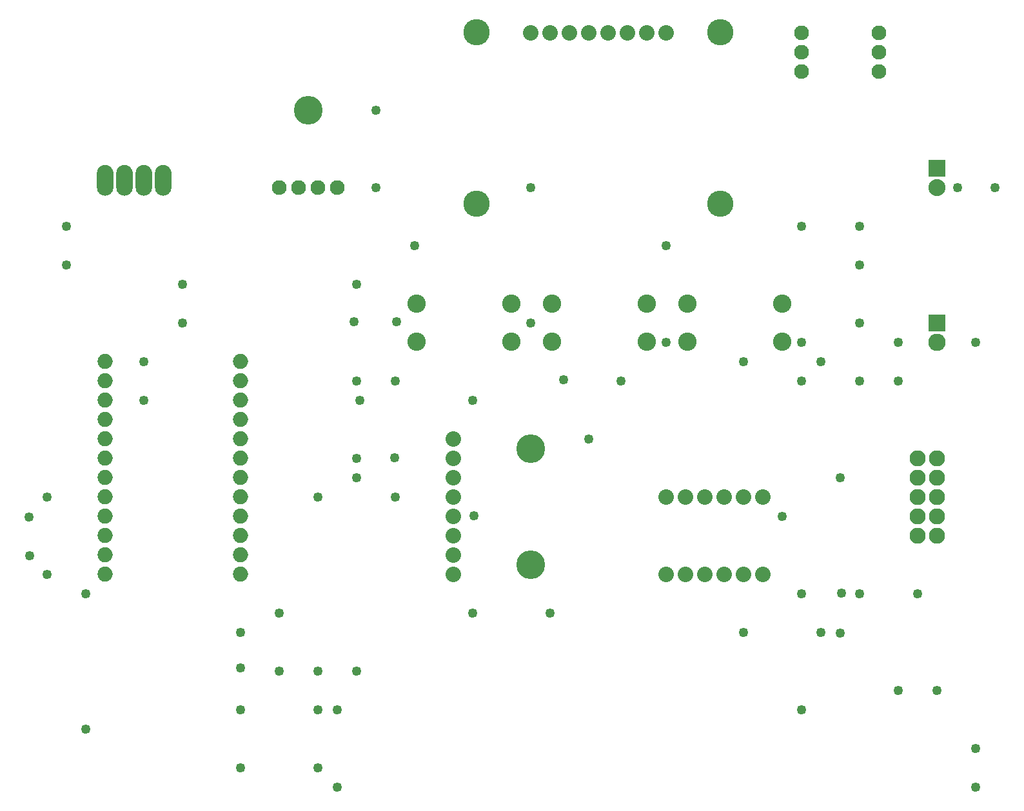
<source format=gts>
G04 MADE WITH FRITZING*
G04 WWW.FRITZING.ORG*
G04 DOUBLE SIDED*
G04 HOLES PLATED*
G04 CONTOUR ON CENTER OF CONTOUR VECTOR*
%ASAXBY*%
%FSLAX23Y23*%
%MOIN*%
%OFA0B0*%
%SFA1.0B1.0*%
%ADD10C,0.049370*%
%ADD11C,0.084000*%
%ADD12C,0.148425*%
%ADD13C,0.076000*%
%ADD14C,0.090000*%
%ADD15C,0.083667*%
%ADD16C,0.080000*%
%ADD17C,0.095000*%
%ADD18C,0.088000*%
%ADD19C,0.135985*%
%ADD20R,0.090000X0.090000*%
%ADD21R,0.088000X0.088000*%
%ADD22R,0.001000X0.001000*%
%LNMASK1*%
G90*
G70*
G54D10*
X4430Y1109D03*
X3924Y907D03*
X4924Y607D03*
X4724Y607D03*
G54D11*
X624Y3207D03*
X624Y3207D03*
X724Y3207D03*
X724Y3207D03*
X824Y3207D03*
X824Y3207D03*
X924Y3207D03*
X924Y3207D03*
G54D10*
X4224Y2407D03*
X4224Y2207D03*
X5124Y2407D03*
X4524Y3007D03*
X4224Y3007D03*
X4524Y2807D03*
X2531Y1510D03*
X4124Y1507D03*
X4324Y907D03*
X4424Y1707D03*
X4424Y901D03*
X1924Y707D03*
X1724Y707D03*
X1824Y507D03*
X1824Y107D03*
X5124Y107D03*
X5124Y307D03*
X1924Y2207D03*
X2124Y2207D03*
X2120Y1810D03*
X1924Y1807D03*
X2524Y2107D03*
X1939Y2107D03*
X4524Y2507D03*
X4524Y2207D03*
X4224Y507D03*
X4224Y1107D03*
X4724Y2207D03*
X4724Y2407D03*
X824Y2307D03*
X824Y2107D03*
X424Y3007D03*
X424Y2807D03*
X4324Y2307D03*
X3924Y2307D03*
X3124Y1907D03*
X2824Y3207D03*
X2824Y2507D03*
X2993Y2211D03*
X3289Y2207D03*
X1524Y1007D03*
X1524Y707D03*
X1724Y507D03*
X1724Y207D03*
X5224Y3207D03*
X5031Y3207D03*
X524Y1107D03*
X524Y407D03*
X1024Y2507D03*
X1024Y2707D03*
X1924Y2707D03*
X2224Y2907D03*
X3524Y2907D03*
X3524Y2407D03*
X2024Y3607D03*
X2024Y3207D03*
X2524Y1007D03*
X2924Y1007D03*
X1911Y2511D03*
X2129Y2511D03*
X324Y1607D03*
X324Y1207D03*
X4524Y1107D03*
X4824Y1107D03*
G54D12*
X1674Y3607D03*
G54D13*
X1824Y3207D03*
X1724Y3207D03*
X1624Y3207D03*
X1524Y3207D03*
G54D14*
X4924Y2507D03*
X4924Y2407D03*
G54D15*
X4824Y1807D03*
X4924Y1807D03*
X4824Y1707D03*
X4924Y1707D03*
X4824Y1607D03*
X4924Y1607D03*
X4824Y1507D03*
X4924Y1507D03*
X4824Y1407D03*
X4924Y1407D03*
G54D16*
X3624Y1607D03*
X3724Y1607D03*
X3824Y1607D03*
X3924Y1607D03*
X4024Y1607D03*
X3524Y1207D03*
X3624Y1207D03*
X3724Y1207D03*
X3824Y1207D03*
X3924Y1207D03*
X4024Y1207D03*
X3524Y1607D03*
G54D17*
X3632Y2607D03*
X3632Y2410D03*
X4124Y2410D03*
X4124Y2607D03*
X3632Y2607D03*
X3632Y2410D03*
X4124Y2410D03*
X4124Y2607D03*
X2932Y2607D03*
X2932Y2410D03*
X3424Y2410D03*
X3424Y2607D03*
X2932Y2607D03*
X2932Y2410D03*
X3424Y2410D03*
X3424Y2607D03*
X2232Y2607D03*
X2232Y2410D03*
X2724Y2410D03*
X2724Y2607D03*
X2232Y2607D03*
X2232Y2410D03*
X2724Y2410D03*
X2724Y2607D03*
G54D13*
X4624Y4007D03*
X4624Y3907D03*
X4624Y3807D03*
X4224Y3807D03*
X4224Y3907D03*
X4224Y4007D03*
G54D18*
X4924Y3307D03*
X4924Y3207D03*
G54D16*
X2924Y4007D03*
X3524Y4007D03*
G54D19*
X2544Y3124D03*
G54D16*
X3024Y4007D03*
G54D19*
X2544Y4009D03*
G54D16*
X3124Y4007D03*
G54D19*
X3804Y4009D03*
G54D16*
X3224Y4007D03*
G54D19*
X3804Y3124D03*
G54D16*
X3324Y4007D03*
X3424Y4007D03*
X2824Y4007D03*
G54D12*
X2824Y1257D03*
G54D16*
X2424Y1207D03*
X2424Y1307D03*
X2424Y1407D03*
X2424Y1507D03*
G54D12*
X2824Y1857D03*
G54D16*
X2424Y1607D03*
X2424Y1707D03*
X2424Y1807D03*
X2424Y1907D03*
G54D10*
X1924Y1707D03*
X1724Y1607D03*
X1324Y907D03*
X1324Y722D03*
X1324Y207D03*
X1324Y507D03*
X2124Y1607D03*
X231Y1503D03*
X235Y1303D03*
G54D20*
X4924Y2507D03*
G54D21*
X4924Y3307D03*
G54D22*
X616Y3322D02*
X631Y3322D01*
X716Y3322D02*
X731Y3322D01*
X816Y3322D02*
X831Y3322D01*
X916Y3322D02*
X931Y3322D01*
X612Y3321D02*
X635Y3321D01*
X712Y3321D02*
X735Y3321D01*
X812Y3321D02*
X835Y3321D01*
X912Y3321D02*
X935Y3321D01*
X609Y3320D02*
X638Y3320D01*
X709Y3320D02*
X738Y3320D01*
X809Y3320D02*
X838Y3320D01*
X909Y3320D02*
X938Y3320D01*
X607Y3319D02*
X640Y3319D01*
X707Y3319D02*
X740Y3319D01*
X807Y3319D02*
X840Y3319D01*
X907Y3319D02*
X940Y3319D01*
X605Y3318D02*
X642Y3318D01*
X705Y3318D02*
X742Y3318D01*
X805Y3318D02*
X842Y3318D01*
X905Y3318D02*
X942Y3318D01*
X603Y3317D02*
X644Y3317D01*
X703Y3317D02*
X744Y3317D01*
X803Y3317D02*
X844Y3317D01*
X903Y3317D02*
X944Y3317D01*
X601Y3316D02*
X646Y3316D01*
X701Y3316D02*
X746Y3316D01*
X801Y3316D02*
X846Y3316D01*
X901Y3316D02*
X946Y3316D01*
X600Y3315D02*
X647Y3315D01*
X700Y3315D02*
X747Y3315D01*
X800Y3315D02*
X847Y3315D01*
X900Y3315D02*
X947Y3315D01*
X598Y3314D02*
X649Y3314D01*
X698Y3314D02*
X749Y3314D01*
X798Y3314D02*
X849Y3314D01*
X898Y3314D02*
X949Y3314D01*
X597Y3313D02*
X650Y3313D01*
X697Y3313D02*
X750Y3313D01*
X797Y3313D02*
X850Y3313D01*
X897Y3313D02*
X950Y3313D01*
X596Y3312D02*
X651Y3312D01*
X696Y3312D02*
X751Y3312D01*
X796Y3312D02*
X851Y3312D01*
X896Y3312D02*
X951Y3312D01*
X595Y3311D02*
X652Y3311D01*
X695Y3311D02*
X752Y3311D01*
X795Y3311D02*
X852Y3311D01*
X895Y3311D02*
X952Y3311D01*
X594Y3310D02*
X653Y3310D01*
X694Y3310D02*
X753Y3310D01*
X794Y3310D02*
X853Y3310D01*
X894Y3310D02*
X953Y3310D01*
X593Y3309D02*
X654Y3309D01*
X693Y3309D02*
X754Y3309D01*
X793Y3309D02*
X854Y3309D01*
X893Y3309D02*
X954Y3309D01*
X592Y3308D02*
X655Y3308D01*
X692Y3308D02*
X755Y3308D01*
X792Y3308D02*
X855Y3308D01*
X892Y3308D02*
X955Y3308D01*
X591Y3307D02*
X656Y3307D01*
X691Y3307D02*
X756Y3307D01*
X791Y3307D02*
X856Y3307D01*
X891Y3307D02*
X956Y3307D01*
X591Y3306D02*
X657Y3306D01*
X691Y3306D02*
X757Y3306D01*
X791Y3306D02*
X857Y3306D01*
X891Y3306D02*
X957Y3306D01*
X590Y3305D02*
X657Y3305D01*
X690Y3305D02*
X757Y3305D01*
X790Y3305D02*
X857Y3305D01*
X890Y3305D02*
X957Y3305D01*
X589Y3304D02*
X658Y3304D01*
X689Y3304D02*
X758Y3304D01*
X789Y3304D02*
X858Y3304D01*
X889Y3304D02*
X958Y3304D01*
X589Y3303D02*
X659Y3303D01*
X689Y3303D02*
X759Y3303D01*
X789Y3303D02*
X859Y3303D01*
X889Y3303D02*
X959Y3303D01*
X588Y3302D02*
X659Y3302D01*
X688Y3302D02*
X759Y3302D01*
X788Y3302D02*
X859Y3302D01*
X888Y3302D02*
X959Y3302D01*
X587Y3301D02*
X660Y3301D01*
X687Y3301D02*
X760Y3301D01*
X787Y3301D02*
X860Y3301D01*
X887Y3301D02*
X960Y3301D01*
X587Y3300D02*
X660Y3300D01*
X687Y3300D02*
X760Y3300D01*
X787Y3300D02*
X860Y3300D01*
X887Y3300D02*
X960Y3300D01*
X586Y3299D02*
X661Y3299D01*
X686Y3299D02*
X761Y3299D01*
X786Y3299D02*
X861Y3299D01*
X886Y3299D02*
X961Y3299D01*
X586Y3298D02*
X661Y3298D01*
X686Y3298D02*
X761Y3298D01*
X786Y3298D02*
X861Y3298D01*
X886Y3298D02*
X961Y3298D01*
X585Y3297D02*
X662Y3297D01*
X685Y3297D02*
X762Y3297D01*
X785Y3297D02*
X862Y3297D01*
X885Y3297D02*
X962Y3297D01*
X585Y3296D02*
X662Y3296D01*
X685Y3296D02*
X762Y3296D01*
X785Y3296D02*
X862Y3296D01*
X885Y3296D02*
X962Y3296D01*
X585Y3295D02*
X662Y3295D01*
X685Y3295D02*
X762Y3295D01*
X785Y3295D02*
X862Y3295D01*
X885Y3295D02*
X962Y3295D01*
X584Y3294D02*
X663Y3294D01*
X684Y3294D02*
X763Y3294D01*
X784Y3294D02*
X863Y3294D01*
X884Y3294D02*
X963Y3294D01*
X584Y3293D02*
X663Y3293D01*
X684Y3293D02*
X763Y3293D01*
X784Y3293D02*
X863Y3293D01*
X884Y3293D02*
X963Y3293D01*
X584Y3292D02*
X663Y3292D01*
X684Y3292D02*
X763Y3292D01*
X784Y3292D02*
X863Y3292D01*
X884Y3292D02*
X963Y3292D01*
X583Y3291D02*
X664Y3291D01*
X683Y3291D02*
X764Y3291D01*
X783Y3291D02*
X864Y3291D01*
X883Y3291D02*
X964Y3291D01*
X583Y3290D02*
X664Y3290D01*
X683Y3290D02*
X764Y3290D01*
X783Y3290D02*
X864Y3290D01*
X883Y3290D02*
X964Y3290D01*
X583Y3289D02*
X664Y3289D01*
X683Y3289D02*
X764Y3289D01*
X783Y3289D02*
X864Y3289D01*
X883Y3289D02*
X964Y3289D01*
X583Y3288D02*
X664Y3288D01*
X683Y3288D02*
X764Y3288D01*
X783Y3288D02*
X864Y3288D01*
X883Y3288D02*
X964Y3288D01*
X583Y3287D02*
X665Y3287D01*
X683Y3287D02*
X765Y3287D01*
X783Y3287D02*
X865Y3287D01*
X883Y3287D02*
X965Y3287D01*
X582Y3286D02*
X665Y3286D01*
X682Y3286D02*
X765Y3286D01*
X782Y3286D02*
X865Y3286D01*
X882Y3286D02*
X965Y3286D01*
X582Y3285D02*
X665Y3285D01*
X682Y3285D02*
X765Y3285D01*
X782Y3285D02*
X865Y3285D01*
X882Y3285D02*
X965Y3285D01*
X582Y3284D02*
X665Y3284D01*
X682Y3284D02*
X765Y3284D01*
X782Y3284D02*
X865Y3284D01*
X882Y3284D02*
X965Y3284D01*
X582Y3283D02*
X665Y3283D01*
X682Y3283D02*
X765Y3283D01*
X782Y3283D02*
X865Y3283D01*
X882Y3283D02*
X965Y3283D01*
X582Y3282D02*
X665Y3282D01*
X682Y3282D02*
X765Y3282D01*
X782Y3282D02*
X865Y3282D01*
X882Y3282D02*
X965Y3282D01*
X582Y3281D02*
X665Y3281D01*
X682Y3281D02*
X765Y3281D01*
X782Y3281D02*
X865Y3281D01*
X882Y3281D02*
X965Y3281D01*
X582Y3280D02*
X665Y3280D01*
X682Y3280D02*
X765Y3280D01*
X782Y3280D02*
X865Y3280D01*
X882Y3280D02*
X965Y3280D01*
X582Y3279D02*
X665Y3279D01*
X682Y3279D02*
X765Y3279D01*
X782Y3279D02*
X865Y3279D01*
X882Y3279D02*
X965Y3279D01*
X582Y3278D02*
X665Y3278D01*
X682Y3278D02*
X765Y3278D01*
X782Y3278D02*
X865Y3278D01*
X882Y3278D02*
X965Y3278D01*
X582Y3277D02*
X665Y3277D01*
X682Y3277D02*
X765Y3277D01*
X782Y3277D02*
X865Y3277D01*
X882Y3277D02*
X965Y3277D01*
X582Y3276D02*
X665Y3276D01*
X682Y3276D02*
X765Y3276D01*
X782Y3276D02*
X865Y3276D01*
X882Y3276D02*
X965Y3276D01*
X582Y3275D02*
X665Y3275D01*
X682Y3275D02*
X765Y3275D01*
X782Y3275D02*
X865Y3275D01*
X882Y3275D02*
X965Y3275D01*
X582Y3274D02*
X665Y3274D01*
X682Y3274D02*
X765Y3274D01*
X782Y3274D02*
X865Y3274D01*
X882Y3274D02*
X965Y3274D01*
X582Y3273D02*
X665Y3273D01*
X682Y3273D02*
X765Y3273D01*
X782Y3273D02*
X865Y3273D01*
X882Y3273D02*
X965Y3273D01*
X582Y3272D02*
X665Y3272D01*
X682Y3272D02*
X765Y3272D01*
X782Y3272D02*
X865Y3272D01*
X882Y3272D02*
X965Y3272D01*
X582Y3271D02*
X665Y3271D01*
X682Y3271D02*
X765Y3271D01*
X782Y3271D02*
X865Y3271D01*
X882Y3271D02*
X965Y3271D01*
X582Y3270D02*
X665Y3270D01*
X682Y3270D02*
X765Y3270D01*
X782Y3270D02*
X865Y3270D01*
X882Y3270D02*
X965Y3270D01*
X582Y3269D02*
X665Y3269D01*
X682Y3269D02*
X765Y3269D01*
X782Y3269D02*
X865Y3269D01*
X882Y3269D02*
X965Y3269D01*
X582Y3268D02*
X665Y3268D01*
X682Y3268D02*
X765Y3268D01*
X782Y3268D02*
X865Y3268D01*
X882Y3268D02*
X965Y3268D01*
X582Y3267D02*
X665Y3267D01*
X682Y3267D02*
X765Y3267D01*
X782Y3267D02*
X865Y3267D01*
X882Y3267D02*
X965Y3267D01*
X582Y3266D02*
X665Y3266D01*
X682Y3266D02*
X765Y3266D01*
X782Y3266D02*
X865Y3266D01*
X882Y3266D02*
X965Y3266D01*
X582Y3265D02*
X665Y3265D01*
X682Y3265D02*
X765Y3265D01*
X782Y3265D02*
X865Y3265D01*
X882Y3265D02*
X965Y3265D01*
X582Y3264D02*
X665Y3264D01*
X682Y3264D02*
X765Y3264D01*
X782Y3264D02*
X865Y3264D01*
X882Y3264D02*
X965Y3264D01*
X582Y3263D02*
X665Y3263D01*
X682Y3263D02*
X765Y3263D01*
X782Y3263D02*
X865Y3263D01*
X882Y3263D02*
X965Y3263D01*
X582Y3262D02*
X665Y3262D01*
X682Y3262D02*
X765Y3262D01*
X782Y3262D02*
X865Y3262D01*
X882Y3262D02*
X965Y3262D01*
X582Y3261D02*
X665Y3261D01*
X682Y3261D02*
X765Y3261D01*
X782Y3261D02*
X865Y3261D01*
X882Y3261D02*
X965Y3261D01*
X582Y3260D02*
X665Y3260D01*
X682Y3260D02*
X765Y3260D01*
X782Y3260D02*
X865Y3260D01*
X882Y3260D02*
X965Y3260D01*
X582Y3259D02*
X665Y3259D01*
X682Y3259D02*
X765Y3259D01*
X782Y3259D02*
X865Y3259D01*
X882Y3259D02*
X965Y3259D01*
X582Y3258D02*
X665Y3258D01*
X682Y3258D02*
X765Y3258D01*
X782Y3258D02*
X865Y3258D01*
X882Y3258D02*
X965Y3258D01*
X582Y3257D02*
X665Y3257D01*
X682Y3257D02*
X765Y3257D01*
X782Y3257D02*
X865Y3257D01*
X882Y3257D02*
X965Y3257D01*
X582Y3256D02*
X665Y3256D01*
X682Y3256D02*
X765Y3256D01*
X782Y3256D02*
X865Y3256D01*
X882Y3256D02*
X965Y3256D01*
X582Y3255D02*
X665Y3255D01*
X682Y3255D02*
X765Y3255D01*
X782Y3255D02*
X865Y3255D01*
X882Y3255D02*
X965Y3255D01*
X582Y3254D02*
X665Y3254D01*
X682Y3254D02*
X765Y3254D01*
X782Y3254D02*
X865Y3254D01*
X882Y3254D02*
X965Y3254D01*
X582Y3253D02*
X665Y3253D01*
X682Y3253D02*
X765Y3253D01*
X782Y3253D02*
X865Y3253D01*
X882Y3253D02*
X965Y3253D01*
X582Y3252D02*
X665Y3252D01*
X682Y3252D02*
X765Y3252D01*
X782Y3252D02*
X865Y3252D01*
X882Y3252D02*
X965Y3252D01*
X582Y3251D02*
X665Y3251D01*
X682Y3251D02*
X765Y3251D01*
X782Y3251D02*
X865Y3251D01*
X882Y3251D02*
X965Y3251D01*
X582Y3250D02*
X665Y3250D01*
X682Y3250D02*
X765Y3250D01*
X782Y3250D02*
X865Y3250D01*
X882Y3250D02*
X965Y3250D01*
X582Y3249D02*
X665Y3249D01*
X682Y3249D02*
X765Y3249D01*
X782Y3249D02*
X865Y3249D01*
X882Y3249D02*
X965Y3249D01*
X582Y3248D02*
X665Y3248D01*
X682Y3248D02*
X765Y3248D01*
X782Y3248D02*
X865Y3248D01*
X882Y3248D02*
X965Y3248D01*
X582Y3247D02*
X665Y3247D01*
X682Y3247D02*
X765Y3247D01*
X782Y3247D02*
X865Y3247D01*
X882Y3247D02*
X965Y3247D01*
X582Y3246D02*
X665Y3246D01*
X682Y3246D02*
X765Y3246D01*
X782Y3246D02*
X865Y3246D01*
X882Y3246D02*
X965Y3246D01*
X582Y3245D02*
X665Y3245D01*
X682Y3245D02*
X765Y3245D01*
X782Y3245D02*
X865Y3245D01*
X882Y3245D02*
X965Y3245D01*
X582Y3244D02*
X665Y3244D01*
X682Y3244D02*
X765Y3244D01*
X782Y3244D02*
X865Y3244D01*
X882Y3244D02*
X965Y3244D01*
X582Y3243D02*
X665Y3243D01*
X682Y3243D02*
X765Y3243D01*
X782Y3243D02*
X865Y3243D01*
X882Y3243D02*
X965Y3243D01*
X582Y3242D02*
X665Y3242D01*
X682Y3242D02*
X765Y3242D01*
X782Y3242D02*
X865Y3242D01*
X882Y3242D02*
X965Y3242D01*
X582Y3241D02*
X665Y3241D01*
X682Y3241D02*
X765Y3241D01*
X782Y3241D02*
X865Y3241D01*
X882Y3241D02*
X965Y3241D01*
X582Y3240D02*
X665Y3240D01*
X682Y3240D02*
X765Y3240D01*
X782Y3240D02*
X865Y3240D01*
X882Y3240D02*
X965Y3240D01*
X582Y3239D02*
X665Y3239D01*
X682Y3239D02*
X765Y3239D01*
X782Y3239D02*
X865Y3239D01*
X882Y3239D02*
X965Y3239D01*
X582Y3238D02*
X665Y3238D01*
X682Y3238D02*
X765Y3238D01*
X782Y3238D02*
X865Y3238D01*
X882Y3238D02*
X965Y3238D01*
X582Y3237D02*
X665Y3237D01*
X682Y3237D02*
X765Y3237D01*
X782Y3237D02*
X865Y3237D01*
X882Y3237D02*
X965Y3237D01*
X582Y3236D02*
X665Y3236D01*
X682Y3236D02*
X765Y3236D01*
X782Y3236D02*
X865Y3236D01*
X882Y3236D02*
X965Y3236D01*
X582Y3235D02*
X665Y3235D01*
X682Y3235D02*
X765Y3235D01*
X782Y3235D02*
X865Y3235D01*
X882Y3235D02*
X965Y3235D01*
X582Y3234D02*
X665Y3234D01*
X682Y3234D02*
X765Y3234D01*
X782Y3234D02*
X865Y3234D01*
X882Y3234D02*
X965Y3234D01*
X582Y3233D02*
X665Y3233D01*
X682Y3233D02*
X765Y3233D01*
X782Y3233D02*
X865Y3233D01*
X882Y3233D02*
X965Y3233D01*
X582Y3232D02*
X665Y3232D01*
X682Y3232D02*
X765Y3232D01*
X782Y3232D02*
X865Y3232D01*
X882Y3232D02*
X965Y3232D01*
X582Y3231D02*
X665Y3231D01*
X682Y3231D02*
X765Y3231D01*
X782Y3231D02*
X865Y3231D01*
X882Y3231D02*
X965Y3231D01*
X582Y3230D02*
X665Y3230D01*
X682Y3230D02*
X765Y3230D01*
X782Y3230D02*
X865Y3230D01*
X882Y3230D02*
X965Y3230D01*
X582Y3229D02*
X665Y3229D01*
X682Y3229D02*
X765Y3229D01*
X782Y3229D02*
X865Y3229D01*
X882Y3229D02*
X965Y3229D01*
X582Y3228D02*
X665Y3228D01*
X682Y3228D02*
X765Y3228D01*
X782Y3228D02*
X865Y3228D01*
X882Y3228D02*
X965Y3228D01*
X582Y3227D02*
X665Y3227D01*
X682Y3227D02*
X765Y3227D01*
X782Y3227D02*
X865Y3227D01*
X882Y3227D02*
X965Y3227D01*
X582Y3226D02*
X665Y3226D01*
X682Y3226D02*
X765Y3226D01*
X782Y3226D02*
X865Y3226D01*
X882Y3226D02*
X965Y3226D01*
X582Y3225D02*
X665Y3225D01*
X682Y3225D02*
X765Y3225D01*
X782Y3225D02*
X865Y3225D01*
X882Y3225D02*
X965Y3225D01*
X582Y3224D02*
X665Y3224D01*
X682Y3224D02*
X765Y3224D01*
X782Y3224D02*
X865Y3224D01*
X882Y3224D02*
X965Y3224D01*
X582Y3223D02*
X618Y3223D01*
X629Y3223D02*
X665Y3223D01*
X682Y3223D02*
X718Y3223D01*
X729Y3223D02*
X765Y3223D01*
X782Y3223D02*
X818Y3223D01*
X829Y3223D02*
X865Y3223D01*
X882Y3223D02*
X918Y3223D01*
X929Y3223D02*
X965Y3223D01*
X582Y3222D02*
X615Y3222D01*
X632Y3222D02*
X665Y3222D01*
X682Y3222D02*
X715Y3222D01*
X732Y3222D02*
X765Y3222D01*
X782Y3222D02*
X815Y3222D01*
X832Y3222D02*
X865Y3222D01*
X882Y3222D02*
X915Y3222D01*
X932Y3222D02*
X965Y3222D01*
X582Y3221D02*
X614Y3221D01*
X634Y3221D02*
X665Y3221D01*
X682Y3221D02*
X714Y3221D01*
X734Y3221D02*
X765Y3221D01*
X782Y3221D02*
X814Y3221D01*
X834Y3221D02*
X865Y3221D01*
X882Y3221D02*
X914Y3221D01*
X934Y3221D02*
X965Y3221D01*
X582Y3220D02*
X612Y3220D01*
X635Y3220D02*
X665Y3220D01*
X682Y3220D02*
X712Y3220D01*
X735Y3220D02*
X765Y3220D01*
X782Y3220D02*
X812Y3220D01*
X835Y3220D02*
X865Y3220D01*
X882Y3220D02*
X912Y3220D01*
X935Y3220D02*
X965Y3220D01*
X582Y3219D02*
X611Y3219D01*
X636Y3219D02*
X665Y3219D01*
X682Y3219D02*
X711Y3219D01*
X736Y3219D02*
X765Y3219D01*
X782Y3219D02*
X811Y3219D01*
X836Y3219D02*
X865Y3219D01*
X882Y3219D02*
X911Y3219D01*
X936Y3219D02*
X965Y3219D01*
X582Y3218D02*
X610Y3218D01*
X637Y3218D02*
X665Y3218D01*
X682Y3218D02*
X710Y3218D01*
X737Y3218D02*
X765Y3218D01*
X782Y3218D02*
X810Y3218D01*
X837Y3218D02*
X865Y3218D01*
X882Y3218D02*
X910Y3218D01*
X937Y3218D02*
X965Y3218D01*
X582Y3217D02*
X609Y3217D01*
X638Y3217D02*
X665Y3217D01*
X682Y3217D02*
X709Y3217D01*
X738Y3217D02*
X765Y3217D01*
X782Y3217D02*
X809Y3217D01*
X838Y3217D02*
X865Y3217D01*
X882Y3217D02*
X909Y3217D01*
X938Y3217D02*
X965Y3217D01*
X582Y3216D02*
X609Y3216D01*
X638Y3216D02*
X665Y3216D01*
X682Y3216D02*
X709Y3216D01*
X738Y3216D02*
X765Y3216D01*
X782Y3216D02*
X809Y3216D01*
X838Y3216D02*
X865Y3216D01*
X882Y3216D02*
X909Y3216D01*
X938Y3216D02*
X965Y3216D01*
X582Y3215D02*
X608Y3215D01*
X639Y3215D02*
X665Y3215D01*
X682Y3215D02*
X708Y3215D01*
X739Y3215D02*
X765Y3215D01*
X782Y3215D02*
X808Y3215D01*
X839Y3215D02*
X865Y3215D01*
X882Y3215D02*
X908Y3215D01*
X939Y3215D02*
X965Y3215D01*
X582Y3214D02*
X608Y3214D01*
X640Y3214D02*
X665Y3214D01*
X682Y3214D02*
X708Y3214D01*
X740Y3214D02*
X765Y3214D01*
X782Y3214D02*
X808Y3214D01*
X840Y3214D02*
X865Y3214D01*
X882Y3214D02*
X908Y3214D01*
X940Y3214D02*
X965Y3214D01*
X582Y3213D02*
X607Y3213D01*
X640Y3213D02*
X665Y3213D01*
X682Y3213D02*
X707Y3213D01*
X740Y3213D02*
X765Y3213D01*
X782Y3213D02*
X807Y3213D01*
X840Y3213D02*
X865Y3213D01*
X882Y3213D02*
X907Y3213D01*
X940Y3213D02*
X965Y3213D01*
X582Y3212D02*
X607Y3212D01*
X640Y3212D02*
X665Y3212D01*
X682Y3212D02*
X707Y3212D01*
X740Y3212D02*
X765Y3212D01*
X782Y3212D02*
X807Y3212D01*
X840Y3212D02*
X865Y3212D01*
X882Y3212D02*
X907Y3212D01*
X940Y3212D02*
X965Y3212D01*
X582Y3211D02*
X607Y3211D01*
X641Y3211D02*
X665Y3211D01*
X682Y3211D02*
X707Y3211D01*
X741Y3211D02*
X765Y3211D01*
X782Y3211D02*
X807Y3211D01*
X841Y3211D02*
X865Y3211D01*
X882Y3211D02*
X907Y3211D01*
X941Y3211D02*
X965Y3211D01*
X582Y3210D02*
X606Y3210D01*
X641Y3210D02*
X665Y3210D01*
X682Y3210D02*
X706Y3210D01*
X741Y3210D02*
X765Y3210D01*
X782Y3210D02*
X806Y3210D01*
X841Y3210D02*
X865Y3210D01*
X882Y3210D02*
X906Y3210D01*
X941Y3210D02*
X965Y3210D01*
X582Y3209D02*
X606Y3209D01*
X641Y3209D02*
X665Y3209D01*
X682Y3209D02*
X706Y3209D01*
X741Y3209D02*
X765Y3209D01*
X782Y3209D02*
X806Y3209D01*
X841Y3209D02*
X865Y3209D01*
X882Y3209D02*
X906Y3209D01*
X941Y3209D02*
X965Y3209D01*
X582Y3208D02*
X606Y3208D01*
X641Y3208D02*
X665Y3208D01*
X682Y3208D02*
X706Y3208D01*
X741Y3208D02*
X765Y3208D01*
X782Y3208D02*
X806Y3208D01*
X841Y3208D02*
X865Y3208D01*
X882Y3208D02*
X906Y3208D01*
X941Y3208D02*
X965Y3208D01*
X582Y3207D02*
X606Y3207D01*
X641Y3207D02*
X665Y3207D01*
X682Y3207D02*
X706Y3207D01*
X741Y3207D02*
X765Y3207D01*
X782Y3207D02*
X806Y3207D01*
X841Y3207D02*
X865Y3207D01*
X882Y3207D02*
X906Y3207D01*
X941Y3207D02*
X965Y3207D01*
X582Y3206D02*
X606Y3206D01*
X641Y3206D02*
X665Y3206D01*
X682Y3206D02*
X706Y3206D01*
X741Y3206D02*
X765Y3206D01*
X782Y3206D02*
X806Y3206D01*
X841Y3206D02*
X865Y3206D01*
X882Y3206D02*
X906Y3206D01*
X941Y3206D02*
X965Y3206D01*
X582Y3205D02*
X606Y3205D01*
X641Y3205D02*
X665Y3205D01*
X682Y3205D02*
X706Y3205D01*
X741Y3205D02*
X765Y3205D01*
X782Y3205D02*
X806Y3205D01*
X841Y3205D02*
X865Y3205D01*
X882Y3205D02*
X906Y3205D01*
X941Y3205D02*
X965Y3205D01*
X582Y3204D02*
X606Y3204D01*
X641Y3204D02*
X665Y3204D01*
X682Y3204D02*
X706Y3204D01*
X741Y3204D02*
X765Y3204D01*
X782Y3204D02*
X806Y3204D01*
X841Y3204D02*
X865Y3204D01*
X882Y3204D02*
X906Y3204D01*
X941Y3204D02*
X965Y3204D01*
X582Y3203D02*
X606Y3203D01*
X641Y3203D02*
X665Y3203D01*
X682Y3203D02*
X706Y3203D01*
X741Y3203D02*
X765Y3203D01*
X782Y3203D02*
X806Y3203D01*
X841Y3203D02*
X865Y3203D01*
X882Y3203D02*
X906Y3203D01*
X941Y3203D02*
X965Y3203D01*
X582Y3202D02*
X607Y3202D01*
X640Y3202D02*
X665Y3202D01*
X682Y3202D02*
X707Y3202D01*
X740Y3202D02*
X765Y3202D01*
X782Y3202D02*
X807Y3202D01*
X840Y3202D02*
X865Y3202D01*
X882Y3202D02*
X907Y3202D01*
X940Y3202D02*
X965Y3202D01*
X583Y3201D02*
X607Y3201D01*
X640Y3201D02*
X665Y3201D01*
X683Y3201D02*
X707Y3201D01*
X740Y3201D02*
X765Y3201D01*
X783Y3201D02*
X807Y3201D01*
X840Y3201D02*
X865Y3201D01*
X883Y3201D02*
X907Y3201D01*
X940Y3201D02*
X965Y3201D01*
X583Y3200D02*
X607Y3200D01*
X640Y3200D02*
X664Y3200D01*
X683Y3200D02*
X707Y3200D01*
X740Y3200D02*
X764Y3200D01*
X783Y3200D02*
X807Y3200D01*
X840Y3200D02*
X864Y3200D01*
X883Y3200D02*
X907Y3200D01*
X940Y3200D02*
X964Y3200D01*
X583Y3199D02*
X608Y3199D01*
X639Y3199D02*
X664Y3199D01*
X683Y3199D02*
X708Y3199D01*
X739Y3199D02*
X764Y3199D01*
X783Y3199D02*
X808Y3199D01*
X839Y3199D02*
X864Y3199D01*
X883Y3199D02*
X908Y3199D01*
X939Y3199D02*
X964Y3199D01*
X583Y3198D02*
X609Y3198D01*
X639Y3198D02*
X664Y3198D01*
X683Y3198D02*
X709Y3198D01*
X739Y3198D02*
X764Y3198D01*
X783Y3198D02*
X809Y3198D01*
X839Y3198D02*
X864Y3198D01*
X883Y3198D02*
X909Y3198D01*
X939Y3198D02*
X964Y3198D01*
X583Y3197D02*
X609Y3197D01*
X638Y3197D02*
X664Y3197D01*
X683Y3197D02*
X709Y3197D01*
X738Y3197D02*
X764Y3197D01*
X783Y3197D02*
X809Y3197D01*
X838Y3197D02*
X864Y3197D01*
X883Y3197D02*
X909Y3197D01*
X938Y3197D02*
X964Y3197D01*
X584Y3196D02*
X610Y3196D01*
X637Y3196D02*
X664Y3196D01*
X684Y3196D02*
X710Y3196D01*
X737Y3196D02*
X764Y3196D01*
X784Y3196D02*
X810Y3196D01*
X837Y3196D02*
X864Y3196D01*
X884Y3196D02*
X910Y3196D01*
X937Y3196D02*
X964Y3196D01*
X584Y3195D02*
X611Y3195D01*
X636Y3195D02*
X663Y3195D01*
X684Y3195D02*
X711Y3195D01*
X736Y3195D02*
X763Y3195D01*
X784Y3195D02*
X811Y3195D01*
X836Y3195D02*
X863Y3195D01*
X884Y3195D02*
X911Y3195D01*
X936Y3195D02*
X963Y3195D01*
X584Y3194D02*
X612Y3194D01*
X635Y3194D02*
X663Y3194D01*
X684Y3194D02*
X712Y3194D01*
X735Y3194D02*
X763Y3194D01*
X784Y3194D02*
X812Y3194D01*
X835Y3194D02*
X863Y3194D01*
X884Y3194D02*
X912Y3194D01*
X935Y3194D02*
X963Y3194D01*
X585Y3193D02*
X613Y3193D01*
X634Y3193D02*
X663Y3193D01*
X685Y3193D02*
X713Y3193D01*
X734Y3193D02*
X763Y3193D01*
X785Y3193D02*
X813Y3193D01*
X834Y3193D02*
X863Y3193D01*
X885Y3193D02*
X913Y3193D01*
X934Y3193D02*
X963Y3193D01*
X585Y3192D02*
X615Y3192D01*
X632Y3192D02*
X662Y3192D01*
X685Y3192D02*
X715Y3192D01*
X732Y3192D02*
X762Y3192D01*
X785Y3192D02*
X815Y3192D01*
X832Y3192D02*
X862Y3192D01*
X885Y3192D02*
X915Y3192D01*
X932Y3192D02*
X962Y3192D01*
X585Y3191D02*
X617Y3191D01*
X630Y3191D02*
X662Y3191D01*
X685Y3191D02*
X717Y3191D01*
X730Y3191D02*
X762Y3191D01*
X785Y3191D02*
X817Y3191D01*
X830Y3191D02*
X862Y3191D01*
X885Y3191D02*
X917Y3191D01*
X930Y3191D02*
X962Y3191D01*
X586Y3190D02*
X622Y3190D01*
X626Y3190D02*
X661Y3190D01*
X686Y3190D02*
X722Y3190D01*
X726Y3190D02*
X761Y3190D01*
X786Y3190D02*
X822Y3190D01*
X826Y3190D02*
X861Y3190D01*
X886Y3190D02*
X922Y3190D01*
X926Y3190D02*
X961Y3190D01*
X586Y3189D02*
X661Y3189D01*
X686Y3189D02*
X761Y3189D01*
X786Y3189D02*
X861Y3189D01*
X886Y3189D02*
X961Y3189D01*
X587Y3188D02*
X660Y3188D01*
X687Y3188D02*
X760Y3188D01*
X787Y3188D02*
X860Y3188D01*
X887Y3188D02*
X960Y3188D01*
X587Y3187D02*
X660Y3187D01*
X687Y3187D02*
X760Y3187D01*
X787Y3187D02*
X860Y3187D01*
X887Y3187D02*
X960Y3187D01*
X588Y3186D02*
X659Y3186D01*
X688Y3186D02*
X759Y3186D01*
X788Y3186D02*
X859Y3186D01*
X888Y3186D02*
X959Y3186D01*
X588Y3185D02*
X659Y3185D01*
X688Y3185D02*
X759Y3185D01*
X788Y3185D02*
X859Y3185D01*
X888Y3185D02*
X959Y3185D01*
X589Y3184D02*
X658Y3184D01*
X689Y3184D02*
X758Y3184D01*
X789Y3184D02*
X858Y3184D01*
X889Y3184D02*
X958Y3184D01*
X590Y3183D02*
X658Y3183D01*
X690Y3183D02*
X758Y3183D01*
X790Y3183D02*
X858Y3183D01*
X890Y3183D02*
X958Y3183D01*
X590Y3182D02*
X657Y3182D01*
X690Y3182D02*
X757Y3182D01*
X790Y3182D02*
X857Y3182D01*
X890Y3182D02*
X957Y3182D01*
X591Y3181D02*
X656Y3181D01*
X691Y3181D02*
X756Y3181D01*
X791Y3181D02*
X856Y3181D01*
X891Y3181D02*
X956Y3181D01*
X592Y3180D02*
X655Y3180D01*
X692Y3180D02*
X755Y3180D01*
X792Y3180D02*
X855Y3180D01*
X892Y3180D02*
X955Y3180D01*
X593Y3179D02*
X654Y3179D01*
X693Y3179D02*
X754Y3179D01*
X793Y3179D02*
X854Y3179D01*
X893Y3179D02*
X954Y3179D01*
X594Y3178D02*
X654Y3178D01*
X694Y3178D02*
X754Y3178D01*
X794Y3178D02*
X854Y3178D01*
X894Y3178D02*
X954Y3178D01*
X595Y3177D02*
X653Y3177D01*
X695Y3177D02*
X753Y3177D01*
X795Y3177D02*
X853Y3177D01*
X895Y3177D02*
X953Y3177D01*
X596Y3176D02*
X651Y3176D01*
X696Y3176D02*
X751Y3176D01*
X796Y3176D02*
X851Y3176D01*
X896Y3176D02*
X951Y3176D01*
X597Y3175D02*
X650Y3175D01*
X697Y3175D02*
X750Y3175D01*
X797Y3175D02*
X850Y3175D01*
X897Y3175D02*
X950Y3175D01*
X598Y3174D02*
X649Y3174D01*
X698Y3174D02*
X749Y3174D01*
X798Y3174D02*
X849Y3174D01*
X898Y3174D02*
X949Y3174D01*
X599Y3173D02*
X648Y3173D01*
X699Y3173D02*
X748Y3173D01*
X799Y3173D02*
X848Y3173D01*
X899Y3173D02*
X948Y3173D01*
X601Y3172D02*
X646Y3172D01*
X701Y3172D02*
X746Y3172D01*
X801Y3172D02*
X846Y3172D01*
X901Y3172D02*
X946Y3172D01*
X602Y3171D02*
X645Y3171D01*
X702Y3171D02*
X745Y3171D01*
X802Y3171D02*
X845Y3171D01*
X902Y3171D02*
X945Y3171D01*
X604Y3170D02*
X643Y3170D01*
X704Y3170D02*
X743Y3170D01*
X804Y3170D02*
X843Y3170D01*
X904Y3170D02*
X943Y3170D01*
X606Y3169D02*
X641Y3169D01*
X706Y3169D02*
X741Y3169D01*
X806Y3169D02*
X841Y3169D01*
X906Y3169D02*
X941Y3169D01*
X608Y3168D02*
X639Y3168D01*
X708Y3168D02*
X739Y3168D01*
X808Y3168D02*
X839Y3168D01*
X908Y3168D02*
X939Y3168D01*
X611Y3167D02*
X636Y3167D01*
X711Y3167D02*
X736Y3167D01*
X811Y3167D02*
X836Y3167D01*
X911Y3167D02*
X936Y3167D01*
X615Y3166D02*
X632Y3166D01*
X715Y3166D02*
X732Y3166D01*
X815Y3166D02*
X832Y3166D01*
X915Y3166D02*
X932Y3166D01*
X621Y3165D02*
X626Y3165D01*
X721Y3165D02*
X726Y3165D01*
X821Y3165D02*
X826Y3165D01*
X921Y3165D02*
X926Y3165D01*
X616Y2345D02*
X631Y2345D01*
X1316Y2345D02*
X1331Y2345D01*
X612Y2344D02*
X635Y2344D01*
X1312Y2344D02*
X1335Y2344D01*
X609Y2343D02*
X637Y2343D01*
X1309Y2343D02*
X1337Y2343D01*
X607Y2342D02*
X640Y2342D01*
X1307Y2342D02*
X1340Y2342D01*
X605Y2341D02*
X642Y2341D01*
X1305Y2341D02*
X1342Y2341D01*
X603Y2340D02*
X643Y2340D01*
X1303Y2340D02*
X1343Y2340D01*
X602Y2339D02*
X645Y2339D01*
X1302Y2339D02*
X1345Y2339D01*
X600Y2338D02*
X647Y2338D01*
X1300Y2338D02*
X1347Y2338D01*
X599Y2337D02*
X648Y2337D01*
X1299Y2337D02*
X1348Y2337D01*
X598Y2336D02*
X649Y2336D01*
X1298Y2336D02*
X1349Y2336D01*
X597Y2335D02*
X650Y2335D01*
X1297Y2335D02*
X1350Y2335D01*
X596Y2334D02*
X651Y2334D01*
X1296Y2334D02*
X1351Y2334D01*
X595Y2333D02*
X652Y2333D01*
X1295Y2333D02*
X1352Y2333D01*
X594Y2332D02*
X653Y2332D01*
X1294Y2332D02*
X1353Y2332D01*
X593Y2331D02*
X654Y2331D01*
X1293Y2331D02*
X1354Y2331D01*
X592Y2330D02*
X655Y2330D01*
X1292Y2330D02*
X1354Y2330D01*
X592Y2329D02*
X655Y2329D01*
X1292Y2329D02*
X1355Y2329D01*
X591Y2328D02*
X656Y2328D01*
X1291Y2328D02*
X1356Y2328D01*
X591Y2327D02*
X656Y2327D01*
X1291Y2327D02*
X1356Y2327D01*
X590Y2326D02*
X657Y2326D01*
X1290Y2326D02*
X1357Y2326D01*
X590Y2325D02*
X658Y2325D01*
X1289Y2325D02*
X1358Y2325D01*
X589Y2324D02*
X658Y2324D01*
X1289Y2324D02*
X1358Y2324D01*
X589Y2323D02*
X659Y2323D01*
X1289Y2323D02*
X1359Y2323D01*
X588Y2322D02*
X659Y2322D01*
X1288Y2322D02*
X1359Y2322D01*
X588Y2321D02*
X659Y2321D01*
X1288Y2321D02*
X1359Y2321D01*
X587Y2320D02*
X660Y2320D01*
X1287Y2320D02*
X1360Y2320D01*
X587Y2319D02*
X660Y2319D01*
X1287Y2319D02*
X1360Y2319D01*
X587Y2318D02*
X660Y2318D01*
X1287Y2318D02*
X1360Y2318D01*
X587Y2317D02*
X661Y2317D01*
X1287Y2317D02*
X1361Y2317D01*
X586Y2316D02*
X661Y2316D01*
X1286Y2316D02*
X1361Y2316D01*
X586Y2315D02*
X661Y2315D01*
X1286Y2315D02*
X1361Y2315D01*
X586Y2314D02*
X661Y2314D01*
X1286Y2314D02*
X1361Y2314D01*
X586Y2313D02*
X662Y2313D01*
X1286Y2313D02*
X1361Y2313D01*
X585Y2312D02*
X662Y2312D01*
X1285Y2312D02*
X1362Y2312D01*
X585Y2311D02*
X662Y2311D01*
X1285Y2311D02*
X1362Y2311D01*
X585Y2310D02*
X662Y2310D01*
X1285Y2310D02*
X1362Y2310D01*
X585Y2309D02*
X662Y2309D01*
X1285Y2309D02*
X1362Y2309D01*
X585Y2308D02*
X662Y2308D01*
X1285Y2308D02*
X1362Y2308D01*
X585Y2307D02*
X662Y2307D01*
X1285Y2307D02*
X1362Y2307D01*
X585Y2306D02*
X662Y2306D01*
X1285Y2306D02*
X1362Y2306D01*
X585Y2305D02*
X662Y2305D01*
X1285Y2305D02*
X1362Y2305D01*
X585Y2304D02*
X662Y2304D01*
X1285Y2304D02*
X1362Y2304D01*
X585Y2303D02*
X662Y2303D01*
X1285Y2303D02*
X1362Y2303D01*
X585Y2302D02*
X662Y2302D01*
X1285Y2302D02*
X1362Y2302D01*
X586Y2301D02*
X661Y2301D01*
X1286Y2301D02*
X1361Y2301D01*
X586Y2300D02*
X661Y2300D01*
X1286Y2300D02*
X1361Y2300D01*
X586Y2299D02*
X661Y2299D01*
X1286Y2299D02*
X1361Y2299D01*
X586Y2298D02*
X661Y2298D01*
X1286Y2298D02*
X1361Y2298D01*
X587Y2297D02*
X660Y2297D01*
X1287Y2297D02*
X1360Y2297D01*
X587Y2296D02*
X660Y2296D01*
X1287Y2296D02*
X1360Y2296D01*
X587Y2295D02*
X660Y2295D01*
X1287Y2295D02*
X1360Y2295D01*
X588Y2294D02*
X659Y2294D01*
X1288Y2294D02*
X1359Y2294D01*
X588Y2293D02*
X659Y2293D01*
X1288Y2293D02*
X1359Y2293D01*
X588Y2292D02*
X659Y2292D01*
X1288Y2292D02*
X1359Y2292D01*
X589Y2291D02*
X658Y2291D01*
X1289Y2291D02*
X1358Y2291D01*
X589Y2290D02*
X658Y2290D01*
X1289Y2290D02*
X1358Y2290D01*
X590Y2289D02*
X657Y2289D01*
X1290Y2289D02*
X1357Y2289D01*
X590Y2288D02*
X657Y2288D01*
X1290Y2288D02*
X1357Y2288D01*
X591Y2287D02*
X656Y2287D01*
X1291Y2287D02*
X1356Y2287D01*
X591Y2286D02*
X656Y2286D01*
X1291Y2286D02*
X1356Y2286D01*
X592Y2285D02*
X655Y2285D01*
X1292Y2285D02*
X1355Y2285D01*
X593Y2284D02*
X654Y2284D01*
X1293Y2284D02*
X1354Y2284D01*
X593Y2283D02*
X653Y2283D01*
X1293Y2283D02*
X1353Y2283D01*
X594Y2282D02*
X653Y2282D01*
X1294Y2282D02*
X1353Y2282D01*
X595Y2281D02*
X652Y2281D01*
X1295Y2281D02*
X1352Y2281D01*
X596Y2280D02*
X651Y2280D01*
X1296Y2280D02*
X1351Y2280D01*
X597Y2279D02*
X650Y2279D01*
X1297Y2279D02*
X1350Y2279D01*
X598Y2278D02*
X649Y2278D01*
X1298Y2278D02*
X1349Y2278D01*
X599Y2277D02*
X648Y2277D01*
X1299Y2277D02*
X1348Y2277D01*
X600Y2276D02*
X646Y2276D01*
X1300Y2276D02*
X1346Y2276D01*
X602Y2275D02*
X645Y2275D01*
X1302Y2275D02*
X1345Y2275D01*
X603Y2274D02*
X643Y2274D01*
X1303Y2274D02*
X1343Y2274D01*
X605Y2273D02*
X642Y2273D01*
X1305Y2273D02*
X1342Y2273D01*
X607Y2272D02*
X639Y2272D01*
X1307Y2272D02*
X1339Y2272D01*
X609Y2271D02*
X637Y2271D01*
X1309Y2271D02*
X1337Y2271D01*
X612Y2270D02*
X635Y2270D01*
X1312Y2270D02*
X1335Y2270D01*
X615Y2269D02*
X631Y2269D01*
X1315Y2269D02*
X1331Y2269D01*
X623Y2268D02*
X624Y2268D01*
X1323Y2268D02*
X1324Y2268D01*
X616Y2245D02*
X631Y2245D01*
X1316Y2245D02*
X1331Y2245D01*
X612Y2244D02*
X635Y2244D01*
X1312Y2244D02*
X1335Y2244D01*
X609Y2243D02*
X637Y2243D01*
X1309Y2243D02*
X1337Y2243D01*
X607Y2242D02*
X640Y2242D01*
X1307Y2242D02*
X1340Y2242D01*
X605Y2241D02*
X642Y2241D01*
X1305Y2241D02*
X1342Y2241D01*
X603Y2240D02*
X643Y2240D01*
X1303Y2240D02*
X1343Y2240D01*
X602Y2239D02*
X645Y2239D01*
X1302Y2239D02*
X1345Y2239D01*
X600Y2238D02*
X647Y2238D01*
X1300Y2238D02*
X1347Y2238D01*
X599Y2237D02*
X648Y2237D01*
X1299Y2237D02*
X1348Y2237D01*
X598Y2236D02*
X649Y2236D01*
X1298Y2236D02*
X1349Y2236D01*
X597Y2235D02*
X650Y2235D01*
X1296Y2235D02*
X1350Y2235D01*
X596Y2234D02*
X651Y2234D01*
X1296Y2234D02*
X1351Y2234D01*
X595Y2233D02*
X652Y2233D01*
X1295Y2233D02*
X1352Y2233D01*
X594Y2232D02*
X653Y2232D01*
X1294Y2232D02*
X1353Y2232D01*
X593Y2231D02*
X654Y2231D01*
X1293Y2231D02*
X1354Y2231D01*
X592Y2230D02*
X655Y2230D01*
X1292Y2230D02*
X1355Y2230D01*
X592Y2229D02*
X655Y2229D01*
X1292Y2229D02*
X1355Y2229D01*
X591Y2228D02*
X656Y2228D01*
X1291Y2228D02*
X1356Y2228D01*
X591Y2227D02*
X656Y2227D01*
X1291Y2227D02*
X1356Y2227D01*
X590Y2226D02*
X657Y2226D01*
X1290Y2226D02*
X1357Y2226D01*
X590Y2225D02*
X658Y2225D01*
X1289Y2225D02*
X1358Y2225D01*
X589Y2224D02*
X658Y2224D01*
X1289Y2224D02*
X1358Y2224D01*
X589Y2223D02*
X659Y2223D01*
X1289Y2223D02*
X1359Y2223D01*
X588Y2222D02*
X659Y2222D01*
X1288Y2222D02*
X1359Y2222D01*
X588Y2221D02*
X659Y2221D01*
X1288Y2221D02*
X1359Y2221D01*
X587Y2220D02*
X660Y2220D01*
X1287Y2220D02*
X1360Y2220D01*
X587Y2219D02*
X660Y2219D01*
X1287Y2219D02*
X1360Y2219D01*
X587Y2218D02*
X660Y2218D01*
X1287Y2218D02*
X1360Y2218D01*
X587Y2217D02*
X661Y2217D01*
X1287Y2217D02*
X1361Y2217D01*
X586Y2216D02*
X661Y2216D01*
X1286Y2216D02*
X1361Y2216D01*
X586Y2215D02*
X661Y2215D01*
X1286Y2215D02*
X1361Y2215D01*
X586Y2214D02*
X661Y2214D01*
X1286Y2214D02*
X1361Y2214D01*
X586Y2213D02*
X662Y2213D01*
X1286Y2213D02*
X1361Y2213D01*
X585Y2212D02*
X662Y2212D01*
X1285Y2212D02*
X1362Y2212D01*
X585Y2211D02*
X662Y2211D01*
X1285Y2211D02*
X1362Y2211D01*
X585Y2210D02*
X662Y2210D01*
X1285Y2210D02*
X1362Y2210D01*
X585Y2209D02*
X662Y2209D01*
X1285Y2209D02*
X1362Y2209D01*
X585Y2208D02*
X662Y2208D01*
X1285Y2208D02*
X1362Y2208D01*
X585Y2207D02*
X662Y2207D01*
X1285Y2207D02*
X1362Y2207D01*
X585Y2206D02*
X662Y2206D01*
X1285Y2206D02*
X1362Y2206D01*
X585Y2205D02*
X662Y2205D01*
X1285Y2205D02*
X1362Y2205D01*
X585Y2204D02*
X662Y2204D01*
X1285Y2204D02*
X1362Y2204D01*
X585Y2203D02*
X662Y2203D01*
X1285Y2203D02*
X1362Y2203D01*
X585Y2202D02*
X662Y2202D01*
X1285Y2202D02*
X1362Y2202D01*
X586Y2201D02*
X661Y2201D01*
X1286Y2201D02*
X1361Y2201D01*
X586Y2200D02*
X661Y2200D01*
X1286Y2200D02*
X1361Y2200D01*
X586Y2199D02*
X661Y2199D01*
X1286Y2199D02*
X1361Y2199D01*
X586Y2198D02*
X661Y2198D01*
X1286Y2198D02*
X1361Y2198D01*
X587Y2197D02*
X660Y2197D01*
X1287Y2197D02*
X1360Y2197D01*
X587Y2196D02*
X660Y2196D01*
X1287Y2196D02*
X1360Y2196D01*
X587Y2195D02*
X660Y2195D01*
X1287Y2195D02*
X1360Y2195D01*
X588Y2194D02*
X659Y2194D01*
X1288Y2194D02*
X1359Y2194D01*
X588Y2193D02*
X659Y2193D01*
X1288Y2193D02*
X1359Y2193D01*
X588Y2192D02*
X659Y2192D01*
X1288Y2192D02*
X1359Y2192D01*
X589Y2191D02*
X658Y2191D01*
X1289Y2191D02*
X1358Y2191D01*
X589Y2190D02*
X658Y2190D01*
X1289Y2190D02*
X1358Y2190D01*
X590Y2189D02*
X657Y2189D01*
X1290Y2189D02*
X1357Y2189D01*
X590Y2188D02*
X657Y2188D01*
X1290Y2188D02*
X1357Y2188D01*
X591Y2187D02*
X656Y2187D01*
X1291Y2187D02*
X1356Y2187D01*
X591Y2186D02*
X656Y2186D01*
X1291Y2186D02*
X1356Y2186D01*
X592Y2185D02*
X655Y2185D01*
X1292Y2185D02*
X1355Y2185D01*
X593Y2184D02*
X654Y2184D01*
X1293Y2184D02*
X1354Y2184D01*
X593Y2183D02*
X653Y2183D01*
X1293Y2183D02*
X1353Y2183D01*
X594Y2182D02*
X653Y2182D01*
X1294Y2182D02*
X1353Y2182D01*
X595Y2181D02*
X652Y2181D01*
X1295Y2181D02*
X1352Y2181D01*
X596Y2180D02*
X651Y2180D01*
X1296Y2180D02*
X1351Y2180D01*
X597Y2179D02*
X650Y2179D01*
X1297Y2179D02*
X1350Y2179D01*
X598Y2178D02*
X649Y2178D01*
X1298Y2178D02*
X1349Y2178D01*
X599Y2177D02*
X648Y2177D01*
X1299Y2177D02*
X1348Y2177D01*
X600Y2176D02*
X646Y2176D01*
X1300Y2176D02*
X1346Y2176D01*
X602Y2175D02*
X645Y2175D01*
X1302Y2175D02*
X1345Y2175D01*
X603Y2174D02*
X643Y2174D01*
X1303Y2174D02*
X1343Y2174D01*
X605Y2173D02*
X642Y2173D01*
X1305Y2173D02*
X1341Y2173D01*
X607Y2172D02*
X639Y2172D01*
X1307Y2172D02*
X1339Y2172D01*
X609Y2171D02*
X637Y2171D01*
X1309Y2171D02*
X1337Y2171D01*
X612Y2170D02*
X635Y2170D01*
X1312Y2170D02*
X1335Y2170D01*
X615Y2169D02*
X631Y2169D01*
X1315Y2169D02*
X1331Y2169D01*
X623Y2168D02*
X624Y2168D01*
X1323Y2168D02*
X1324Y2168D01*
X616Y2145D02*
X631Y2145D01*
X1316Y2145D02*
X1331Y2145D01*
X612Y2144D02*
X635Y2144D01*
X1312Y2144D02*
X1335Y2144D01*
X609Y2143D02*
X637Y2143D01*
X1309Y2143D02*
X1337Y2143D01*
X607Y2142D02*
X640Y2142D01*
X1307Y2142D02*
X1340Y2142D01*
X605Y2141D02*
X642Y2141D01*
X1305Y2141D02*
X1342Y2141D01*
X603Y2140D02*
X643Y2140D01*
X1303Y2140D02*
X1343Y2140D01*
X602Y2139D02*
X645Y2139D01*
X1302Y2139D02*
X1345Y2139D01*
X600Y2138D02*
X647Y2138D01*
X1300Y2138D02*
X1347Y2138D01*
X599Y2137D02*
X648Y2137D01*
X1299Y2137D02*
X1348Y2137D01*
X598Y2136D02*
X649Y2136D01*
X1298Y2136D02*
X1349Y2136D01*
X596Y2135D02*
X650Y2135D01*
X1296Y2135D02*
X1350Y2135D01*
X596Y2134D02*
X651Y2134D01*
X1296Y2134D02*
X1351Y2134D01*
X595Y2133D02*
X652Y2133D01*
X1295Y2133D02*
X1352Y2133D01*
X594Y2132D02*
X653Y2132D01*
X1294Y2132D02*
X1353Y2132D01*
X593Y2131D02*
X654Y2131D01*
X1293Y2131D02*
X1354Y2131D01*
X592Y2130D02*
X655Y2130D01*
X1292Y2130D02*
X1355Y2130D01*
X592Y2129D02*
X655Y2129D01*
X1292Y2129D02*
X1355Y2129D01*
X591Y2128D02*
X656Y2128D01*
X1291Y2128D02*
X1356Y2128D01*
X591Y2127D02*
X657Y2127D01*
X1291Y2127D02*
X1357Y2127D01*
X590Y2126D02*
X657Y2126D01*
X1290Y2126D02*
X1357Y2126D01*
X590Y2125D02*
X658Y2125D01*
X1289Y2125D02*
X1358Y2125D01*
X589Y2124D02*
X658Y2124D01*
X1289Y2124D02*
X1358Y2124D01*
X589Y2123D02*
X659Y2123D01*
X1289Y2123D02*
X1359Y2123D01*
X588Y2122D02*
X659Y2122D01*
X1288Y2122D02*
X1359Y2122D01*
X588Y2121D02*
X659Y2121D01*
X1288Y2121D02*
X1359Y2121D01*
X587Y2120D02*
X660Y2120D01*
X1287Y2120D02*
X1360Y2120D01*
X587Y2119D02*
X660Y2119D01*
X1287Y2119D02*
X1360Y2119D01*
X587Y2118D02*
X660Y2118D01*
X1287Y2118D02*
X1360Y2118D01*
X587Y2117D02*
X661Y2117D01*
X1286Y2117D02*
X1361Y2117D01*
X586Y2116D02*
X661Y2116D01*
X1286Y2116D02*
X1361Y2116D01*
X586Y2115D02*
X661Y2115D01*
X1286Y2115D02*
X1361Y2115D01*
X586Y2114D02*
X661Y2114D01*
X1286Y2114D02*
X1361Y2114D01*
X586Y2113D02*
X662Y2113D01*
X1286Y2113D02*
X1361Y2113D01*
X585Y2112D02*
X662Y2112D01*
X1285Y2112D02*
X1362Y2112D01*
X585Y2111D02*
X662Y2111D01*
X1285Y2111D02*
X1362Y2111D01*
X585Y2110D02*
X662Y2110D01*
X1285Y2110D02*
X1362Y2110D01*
X585Y2109D02*
X662Y2109D01*
X1285Y2109D02*
X1362Y2109D01*
X585Y2108D02*
X662Y2108D01*
X1285Y2108D02*
X1362Y2108D01*
X585Y2107D02*
X662Y2107D01*
X1285Y2107D02*
X1362Y2107D01*
X585Y2106D02*
X662Y2106D01*
X1285Y2106D02*
X1362Y2106D01*
X585Y2105D02*
X662Y2105D01*
X1285Y2105D02*
X1362Y2105D01*
X585Y2104D02*
X662Y2104D01*
X1285Y2104D02*
X1362Y2104D01*
X585Y2103D02*
X662Y2103D01*
X1285Y2103D02*
X1362Y2103D01*
X585Y2102D02*
X662Y2102D01*
X1285Y2102D02*
X1362Y2102D01*
X586Y2101D02*
X661Y2101D01*
X1286Y2101D02*
X1361Y2101D01*
X586Y2100D02*
X661Y2100D01*
X1286Y2100D02*
X1361Y2100D01*
X586Y2099D02*
X661Y2099D01*
X1286Y2099D02*
X1361Y2099D01*
X586Y2098D02*
X661Y2098D01*
X1286Y2098D02*
X1361Y2098D01*
X587Y2097D02*
X660Y2097D01*
X1287Y2097D02*
X1360Y2097D01*
X587Y2096D02*
X660Y2096D01*
X1287Y2096D02*
X1360Y2096D01*
X587Y2095D02*
X660Y2095D01*
X1287Y2095D02*
X1360Y2095D01*
X588Y2094D02*
X659Y2094D01*
X1288Y2094D02*
X1359Y2094D01*
X588Y2093D02*
X659Y2093D01*
X1288Y2093D02*
X1359Y2093D01*
X588Y2092D02*
X659Y2092D01*
X1288Y2092D02*
X1359Y2092D01*
X589Y2091D02*
X658Y2091D01*
X1289Y2091D02*
X1358Y2091D01*
X589Y2090D02*
X658Y2090D01*
X1289Y2090D02*
X1358Y2090D01*
X590Y2089D02*
X657Y2089D01*
X1290Y2089D02*
X1357Y2089D01*
X590Y2088D02*
X657Y2088D01*
X1290Y2088D02*
X1357Y2088D01*
X591Y2087D02*
X656Y2087D01*
X1291Y2087D02*
X1356Y2087D01*
X591Y2086D02*
X656Y2086D01*
X1291Y2086D02*
X1356Y2086D01*
X592Y2085D02*
X655Y2085D01*
X1292Y2085D02*
X1355Y2085D01*
X593Y2084D02*
X654Y2084D01*
X1293Y2084D02*
X1354Y2084D01*
X593Y2083D02*
X653Y2083D01*
X1293Y2083D02*
X1353Y2083D01*
X594Y2082D02*
X653Y2082D01*
X1294Y2082D02*
X1353Y2082D01*
X595Y2081D02*
X652Y2081D01*
X1295Y2081D02*
X1352Y2081D01*
X596Y2080D02*
X651Y2080D01*
X1296Y2080D02*
X1351Y2080D01*
X597Y2079D02*
X650Y2079D01*
X1297Y2079D02*
X1350Y2079D01*
X598Y2078D02*
X649Y2078D01*
X1298Y2078D02*
X1349Y2078D01*
X599Y2077D02*
X648Y2077D01*
X1299Y2077D02*
X1348Y2077D01*
X600Y2076D02*
X646Y2076D01*
X1300Y2076D02*
X1346Y2076D01*
X602Y2075D02*
X645Y2075D01*
X1302Y2075D02*
X1345Y2075D01*
X603Y2074D02*
X643Y2074D01*
X1303Y2074D02*
X1343Y2074D01*
X605Y2073D02*
X641Y2073D01*
X1305Y2073D02*
X1341Y2073D01*
X607Y2072D02*
X639Y2072D01*
X1307Y2072D02*
X1339Y2072D01*
X609Y2071D02*
X637Y2071D01*
X1309Y2071D02*
X1337Y2071D01*
X612Y2070D02*
X635Y2070D01*
X1312Y2070D02*
X1335Y2070D01*
X615Y2069D02*
X631Y2069D01*
X1315Y2069D02*
X1331Y2069D01*
X623Y2068D02*
X624Y2068D01*
X1323Y2068D02*
X1324Y2068D01*
X616Y2045D02*
X631Y2045D01*
X1316Y2045D02*
X1331Y2045D01*
X612Y2044D02*
X635Y2044D01*
X1312Y2044D02*
X1335Y2044D01*
X609Y2043D02*
X637Y2043D01*
X1309Y2043D02*
X1337Y2043D01*
X607Y2042D02*
X640Y2042D01*
X1307Y2042D02*
X1340Y2042D01*
X605Y2041D02*
X642Y2041D01*
X1305Y2041D02*
X1342Y2041D01*
X603Y2040D02*
X644Y2040D01*
X1303Y2040D02*
X1344Y2040D01*
X602Y2039D02*
X645Y2039D01*
X1302Y2039D02*
X1345Y2039D01*
X600Y2038D02*
X647Y2038D01*
X1300Y2038D02*
X1347Y2038D01*
X599Y2037D02*
X648Y2037D01*
X1299Y2037D02*
X1348Y2037D01*
X598Y2036D02*
X649Y2036D01*
X1298Y2036D02*
X1349Y2036D01*
X596Y2035D02*
X650Y2035D01*
X1296Y2035D02*
X1350Y2035D01*
X596Y2034D02*
X651Y2034D01*
X1296Y2034D02*
X1351Y2034D01*
X595Y2033D02*
X652Y2033D01*
X1295Y2033D02*
X1352Y2033D01*
X594Y2032D02*
X653Y2032D01*
X1294Y2032D02*
X1353Y2032D01*
X593Y2031D02*
X654Y2031D01*
X1293Y2031D02*
X1354Y2031D01*
X592Y2030D02*
X655Y2030D01*
X1292Y2030D02*
X1355Y2030D01*
X592Y2029D02*
X655Y2029D01*
X1292Y2029D02*
X1355Y2029D01*
X591Y2028D02*
X656Y2028D01*
X1291Y2028D02*
X1356Y2028D01*
X591Y2027D02*
X657Y2027D01*
X1291Y2027D02*
X1357Y2027D01*
X590Y2026D02*
X657Y2026D01*
X1290Y2026D02*
X1357Y2026D01*
X589Y2025D02*
X658Y2025D01*
X1289Y2025D02*
X1358Y2025D01*
X589Y2024D02*
X658Y2024D01*
X1289Y2024D02*
X1358Y2024D01*
X589Y2023D02*
X659Y2023D01*
X1289Y2023D02*
X1359Y2023D01*
X588Y2022D02*
X659Y2022D01*
X1288Y2022D02*
X1359Y2022D01*
X588Y2021D02*
X659Y2021D01*
X1288Y2021D02*
X1359Y2021D01*
X587Y2020D02*
X660Y2020D01*
X1287Y2020D02*
X1360Y2020D01*
X587Y2019D02*
X660Y2019D01*
X1287Y2019D02*
X1360Y2019D01*
X587Y2018D02*
X660Y2018D01*
X1287Y2018D02*
X1360Y2018D01*
X587Y2017D02*
X661Y2017D01*
X1286Y2017D02*
X1361Y2017D01*
X586Y2016D02*
X661Y2016D01*
X1286Y2016D02*
X1361Y2016D01*
X586Y2015D02*
X661Y2015D01*
X1286Y2015D02*
X1361Y2015D01*
X586Y2014D02*
X661Y2014D01*
X1286Y2014D02*
X1361Y2014D01*
X586Y2013D02*
X662Y2013D01*
X1286Y2013D02*
X1361Y2013D01*
X585Y2012D02*
X662Y2012D01*
X1285Y2012D02*
X1362Y2012D01*
X585Y2011D02*
X662Y2011D01*
X1285Y2011D02*
X1362Y2011D01*
X585Y2010D02*
X662Y2010D01*
X1285Y2010D02*
X1362Y2010D01*
X585Y2009D02*
X662Y2009D01*
X1285Y2009D02*
X1362Y2009D01*
X585Y2008D02*
X662Y2008D01*
X1285Y2008D02*
X1362Y2008D01*
X585Y2007D02*
X662Y2007D01*
X1285Y2007D02*
X1362Y2007D01*
X585Y2006D02*
X662Y2006D01*
X1285Y2006D02*
X1362Y2006D01*
X585Y2005D02*
X662Y2005D01*
X1285Y2005D02*
X1362Y2005D01*
X585Y2004D02*
X662Y2004D01*
X1285Y2004D02*
X1362Y2004D01*
X585Y2003D02*
X662Y2003D01*
X1285Y2003D02*
X1362Y2003D01*
X585Y2002D02*
X662Y2002D01*
X1285Y2002D02*
X1362Y2002D01*
X586Y2001D02*
X661Y2001D01*
X1286Y2001D02*
X1361Y2001D01*
X586Y2000D02*
X661Y2000D01*
X1286Y2000D02*
X1361Y2000D01*
X586Y1999D02*
X661Y1999D01*
X1286Y1999D02*
X1361Y1999D01*
X586Y1998D02*
X661Y1998D01*
X1286Y1998D02*
X1361Y1998D01*
X587Y1997D02*
X660Y1997D01*
X1287Y1997D02*
X1360Y1997D01*
X587Y1996D02*
X660Y1996D01*
X1287Y1996D02*
X1360Y1996D01*
X587Y1995D02*
X660Y1995D01*
X1287Y1995D02*
X1360Y1995D01*
X588Y1994D02*
X659Y1994D01*
X1288Y1994D02*
X1359Y1994D01*
X588Y1993D02*
X659Y1993D01*
X1288Y1993D02*
X1359Y1993D01*
X588Y1992D02*
X659Y1992D01*
X1288Y1992D02*
X1359Y1992D01*
X589Y1991D02*
X658Y1991D01*
X1289Y1991D02*
X1358Y1991D01*
X589Y1990D02*
X658Y1990D01*
X1289Y1990D02*
X1358Y1990D01*
X590Y1989D02*
X657Y1989D01*
X1290Y1989D02*
X1357Y1989D01*
X590Y1988D02*
X657Y1988D01*
X1290Y1988D02*
X1357Y1988D01*
X591Y1987D02*
X656Y1987D01*
X1291Y1987D02*
X1356Y1987D01*
X591Y1986D02*
X656Y1986D01*
X1291Y1986D02*
X1356Y1986D01*
X592Y1985D02*
X655Y1985D01*
X1292Y1985D02*
X1355Y1985D01*
X593Y1984D02*
X654Y1984D01*
X1293Y1984D02*
X1354Y1984D01*
X593Y1983D02*
X653Y1983D01*
X1293Y1983D02*
X1353Y1983D01*
X594Y1982D02*
X653Y1982D01*
X1294Y1982D02*
X1353Y1982D01*
X595Y1981D02*
X652Y1981D01*
X1295Y1981D02*
X1352Y1981D01*
X596Y1980D02*
X651Y1980D01*
X1296Y1980D02*
X1351Y1980D01*
X597Y1979D02*
X650Y1979D01*
X1297Y1979D02*
X1350Y1979D01*
X598Y1978D02*
X649Y1978D01*
X1298Y1978D02*
X1349Y1978D01*
X599Y1977D02*
X648Y1977D01*
X1299Y1977D02*
X1348Y1977D01*
X600Y1976D02*
X646Y1976D01*
X1300Y1976D02*
X1346Y1976D01*
X602Y1975D02*
X645Y1975D01*
X1302Y1975D02*
X1345Y1975D01*
X603Y1974D02*
X643Y1974D01*
X1303Y1974D02*
X1343Y1974D01*
X605Y1973D02*
X641Y1973D01*
X1305Y1973D02*
X1341Y1973D01*
X607Y1972D02*
X639Y1972D01*
X1307Y1972D02*
X1339Y1972D01*
X609Y1971D02*
X637Y1971D01*
X1309Y1971D02*
X1337Y1971D01*
X612Y1970D02*
X635Y1970D01*
X1312Y1970D02*
X1334Y1970D01*
X615Y1969D02*
X631Y1969D01*
X1315Y1969D02*
X1331Y1969D01*
X616Y1945D02*
X631Y1945D01*
X1316Y1945D02*
X1331Y1945D01*
X612Y1944D02*
X635Y1944D01*
X1312Y1944D02*
X1335Y1944D01*
X609Y1943D02*
X637Y1943D01*
X1309Y1943D02*
X1337Y1943D01*
X607Y1942D02*
X640Y1942D01*
X1307Y1942D02*
X1340Y1942D01*
X605Y1941D02*
X642Y1941D01*
X1305Y1941D02*
X1342Y1941D01*
X603Y1940D02*
X644Y1940D01*
X1303Y1940D02*
X1344Y1940D01*
X602Y1939D02*
X645Y1939D01*
X1302Y1939D02*
X1345Y1939D01*
X600Y1938D02*
X647Y1938D01*
X1300Y1938D02*
X1347Y1938D01*
X599Y1937D02*
X648Y1937D01*
X1299Y1937D02*
X1348Y1937D01*
X598Y1936D02*
X649Y1936D01*
X1298Y1936D02*
X1349Y1936D01*
X596Y1935D02*
X650Y1935D01*
X1296Y1935D02*
X1350Y1935D01*
X596Y1934D02*
X651Y1934D01*
X1296Y1934D02*
X1351Y1934D01*
X595Y1933D02*
X652Y1933D01*
X1295Y1933D02*
X1352Y1933D01*
X594Y1932D02*
X653Y1932D01*
X1294Y1932D02*
X1353Y1932D01*
X593Y1931D02*
X654Y1931D01*
X1293Y1931D02*
X1354Y1931D01*
X592Y1930D02*
X655Y1930D01*
X1292Y1930D02*
X1355Y1930D01*
X592Y1929D02*
X655Y1929D01*
X1292Y1929D02*
X1355Y1929D01*
X591Y1928D02*
X656Y1928D01*
X1291Y1928D02*
X1356Y1928D01*
X591Y1927D02*
X657Y1927D01*
X1291Y1927D02*
X1357Y1927D01*
X590Y1926D02*
X657Y1926D01*
X1290Y1926D02*
X1357Y1926D01*
X589Y1925D02*
X658Y1925D01*
X1289Y1925D02*
X1358Y1925D01*
X589Y1924D02*
X658Y1924D01*
X1289Y1924D02*
X1358Y1924D01*
X589Y1923D02*
X659Y1923D01*
X1289Y1923D02*
X1359Y1923D01*
X588Y1922D02*
X659Y1922D01*
X1288Y1922D02*
X1359Y1922D01*
X588Y1921D02*
X659Y1921D01*
X1288Y1921D02*
X1359Y1921D01*
X587Y1920D02*
X660Y1920D01*
X1287Y1920D02*
X1360Y1920D01*
X587Y1919D02*
X660Y1919D01*
X1287Y1919D02*
X1360Y1919D01*
X587Y1918D02*
X660Y1918D01*
X1287Y1918D02*
X1360Y1918D01*
X586Y1917D02*
X661Y1917D01*
X1286Y1917D02*
X1361Y1917D01*
X586Y1916D02*
X661Y1916D01*
X1286Y1916D02*
X1361Y1916D01*
X586Y1915D02*
X661Y1915D01*
X1286Y1915D02*
X1361Y1915D01*
X586Y1914D02*
X661Y1914D01*
X1286Y1914D02*
X1361Y1914D01*
X586Y1913D02*
X662Y1913D01*
X1286Y1913D02*
X1361Y1913D01*
X585Y1912D02*
X662Y1912D01*
X1285Y1912D02*
X1362Y1912D01*
X585Y1911D02*
X662Y1911D01*
X1285Y1911D02*
X1362Y1911D01*
X585Y1910D02*
X662Y1910D01*
X1285Y1910D02*
X1362Y1910D01*
X585Y1909D02*
X662Y1909D01*
X1285Y1909D02*
X1362Y1909D01*
X585Y1908D02*
X662Y1908D01*
X1285Y1908D02*
X1362Y1908D01*
X585Y1907D02*
X662Y1907D01*
X1285Y1907D02*
X1362Y1907D01*
X585Y1906D02*
X662Y1906D01*
X1285Y1906D02*
X1362Y1906D01*
X585Y1905D02*
X662Y1905D01*
X1285Y1905D02*
X1362Y1905D01*
X585Y1904D02*
X662Y1904D01*
X1285Y1904D02*
X1362Y1904D01*
X585Y1903D02*
X662Y1903D01*
X1285Y1903D02*
X1362Y1903D01*
X585Y1902D02*
X662Y1902D01*
X1285Y1902D02*
X1362Y1902D01*
X586Y1901D02*
X661Y1901D01*
X1286Y1901D02*
X1361Y1901D01*
X586Y1900D02*
X661Y1900D01*
X1286Y1900D02*
X1361Y1900D01*
X586Y1899D02*
X661Y1899D01*
X1286Y1899D02*
X1361Y1899D01*
X586Y1898D02*
X661Y1898D01*
X1286Y1898D02*
X1361Y1898D01*
X587Y1897D02*
X660Y1897D01*
X1287Y1897D02*
X1360Y1897D01*
X587Y1896D02*
X660Y1896D01*
X1287Y1896D02*
X1360Y1896D01*
X587Y1895D02*
X660Y1895D01*
X1287Y1895D02*
X1360Y1895D01*
X588Y1894D02*
X659Y1894D01*
X1288Y1894D02*
X1359Y1894D01*
X588Y1893D02*
X659Y1893D01*
X1288Y1893D02*
X1359Y1893D01*
X588Y1892D02*
X659Y1892D01*
X1288Y1892D02*
X1359Y1892D01*
X589Y1891D02*
X658Y1891D01*
X1289Y1891D02*
X1358Y1891D01*
X589Y1890D02*
X658Y1890D01*
X1289Y1890D02*
X1358Y1890D01*
X590Y1889D02*
X657Y1889D01*
X1290Y1889D02*
X1357Y1889D01*
X590Y1888D02*
X657Y1888D01*
X1290Y1888D02*
X1357Y1888D01*
X591Y1887D02*
X656Y1887D01*
X1291Y1887D02*
X1356Y1887D01*
X591Y1886D02*
X656Y1886D01*
X1291Y1886D02*
X1356Y1886D01*
X592Y1885D02*
X655Y1885D01*
X1292Y1885D02*
X1355Y1885D01*
X593Y1884D02*
X654Y1884D01*
X1293Y1884D02*
X1354Y1884D01*
X593Y1883D02*
X653Y1883D01*
X1293Y1883D02*
X1353Y1883D01*
X594Y1882D02*
X653Y1882D01*
X1294Y1882D02*
X1353Y1882D01*
X595Y1881D02*
X652Y1881D01*
X1295Y1881D02*
X1352Y1881D01*
X596Y1880D02*
X651Y1880D01*
X1296Y1880D02*
X1351Y1880D01*
X597Y1879D02*
X650Y1879D01*
X1297Y1879D02*
X1350Y1879D01*
X598Y1878D02*
X649Y1878D01*
X1298Y1878D02*
X1349Y1878D01*
X599Y1877D02*
X648Y1877D01*
X1299Y1877D02*
X1348Y1877D01*
X600Y1876D02*
X646Y1876D01*
X1300Y1876D02*
X1346Y1876D01*
X602Y1875D02*
X645Y1875D01*
X1302Y1875D02*
X1345Y1875D01*
X603Y1874D02*
X643Y1874D01*
X1303Y1874D02*
X1343Y1874D01*
X605Y1873D02*
X641Y1873D01*
X1305Y1873D02*
X1341Y1873D01*
X607Y1872D02*
X639Y1872D01*
X1307Y1872D02*
X1339Y1872D01*
X609Y1871D02*
X637Y1871D01*
X1309Y1871D02*
X1337Y1871D01*
X612Y1870D02*
X634Y1870D01*
X1312Y1870D02*
X1334Y1870D01*
X615Y1869D02*
X631Y1869D01*
X1315Y1869D02*
X1331Y1869D01*
X616Y1845D02*
X631Y1845D01*
X1316Y1845D02*
X1331Y1845D01*
X612Y1844D02*
X635Y1844D01*
X1312Y1844D02*
X1335Y1844D01*
X609Y1843D02*
X637Y1843D01*
X1309Y1843D02*
X1337Y1843D01*
X607Y1842D02*
X640Y1842D01*
X1307Y1842D02*
X1340Y1842D01*
X605Y1841D02*
X642Y1841D01*
X1305Y1841D02*
X1342Y1841D01*
X603Y1840D02*
X644Y1840D01*
X1303Y1840D02*
X1344Y1840D01*
X601Y1839D02*
X645Y1839D01*
X1301Y1839D02*
X1345Y1839D01*
X600Y1838D02*
X647Y1838D01*
X1300Y1838D02*
X1347Y1838D01*
X599Y1837D02*
X648Y1837D01*
X1299Y1837D02*
X1348Y1837D01*
X598Y1836D02*
X649Y1836D01*
X1298Y1836D02*
X1349Y1836D01*
X596Y1835D02*
X650Y1835D01*
X1296Y1835D02*
X1350Y1835D01*
X596Y1834D02*
X651Y1834D01*
X1296Y1834D02*
X1351Y1834D01*
X595Y1833D02*
X652Y1833D01*
X1295Y1833D02*
X1352Y1833D01*
X594Y1832D02*
X653Y1832D01*
X1294Y1832D02*
X1353Y1832D01*
X593Y1831D02*
X654Y1831D01*
X1293Y1831D02*
X1354Y1831D01*
X592Y1830D02*
X655Y1830D01*
X1292Y1830D02*
X1355Y1830D01*
X592Y1829D02*
X655Y1829D01*
X1292Y1829D02*
X1355Y1829D01*
X591Y1828D02*
X656Y1828D01*
X1291Y1828D02*
X1356Y1828D01*
X591Y1827D02*
X657Y1827D01*
X1291Y1827D02*
X1357Y1827D01*
X590Y1826D02*
X657Y1826D01*
X1290Y1826D02*
X1357Y1826D01*
X589Y1825D02*
X658Y1825D01*
X1289Y1825D02*
X1358Y1825D01*
X589Y1824D02*
X658Y1824D01*
X1289Y1824D02*
X1358Y1824D01*
X589Y1823D02*
X659Y1823D01*
X1289Y1823D02*
X1359Y1823D01*
X588Y1822D02*
X659Y1822D01*
X1288Y1822D02*
X1359Y1822D01*
X588Y1821D02*
X659Y1821D01*
X1288Y1821D02*
X1359Y1821D01*
X587Y1820D02*
X660Y1820D01*
X1287Y1820D02*
X1360Y1820D01*
X587Y1819D02*
X660Y1819D01*
X1287Y1819D02*
X1360Y1819D01*
X587Y1818D02*
X660Y1818D01*
X1287Y1818D02*
X1360Y1818D01*
X586Y1817D02*
X661Y1817D01*
X1286Y1817D02*
X1361Y1817D01*
X586Y1816D02*
X661Y1816D01*
X1286Y1816D02*
X1361Y1816D01*
X586Y1815D02*
X661Y1815D01*
X1286Y1815D02*
X1361Y1815D01*
X586Y1814D02*
X661Y1814D01*
X1286Y1814D02*
X1361Y1814D01*
X586Y1813D02*
X662Y1813D01*
X1286Y1813D02*
X1361Y1813D01*
X585Y1812D02*
X662Y1812D01*
X1285Y1812D02*
X1362Y1812D01*
X585Y1811D02*
X662Y1811D01*
X1285Y1811D02*
X1362Y1811D01*
X585Y1810D02*
X662Y1810D01*
X1285Y1810D02*
X1362Y1810D01*
X585Y1809D02*
X662Y1809D01*
X1285Y1809D02*
X1362Y1809D01*
X585Y1808D02*
X662Y1808D01*
X1285Y1808D02*
X1362Y1808D01*
X585Y1807D02*
X662Y1807D01*
X1285Y1807D02*
X1362Y1807D01*
X585Y1806D02*
X662Y1806D01*
X1285Y1806D02*
X1362Y1806D01*
X585Y1805D02*
X662Y1805D01*
X1285Y1805D02*
X1362Y1805D01*
X585Y1804D02*
X662Y1804D01*
X1285Y1804D02*
X1362Y1804D01*
X585Y1803D02*
X662Y1803D01*
X1285Y1803D02*
X1362Y1803D01*
X585Y1802D02*
X662Y1802D01*
X1285Y1802D02*
X1362Y1802D01*
X586Y1801D02*
X661Y1801D01*
X1286Y1801D02*
X1361Y1801D01*
X586Y1800D02*
X661Y1800D01*
X1286Y1800D02*
X1361Y1800D01*
X586Y1799D02*
X661Y1799D01*
X1286Y1799D02*
X1361Y1799D01*
X586Y1798D02*
X661Y1798D01*
X1286Y1798D02*
X1361Y1798D01*
X587Y1797D02*
X660Y1797D01*
X1287Y1797D02*
X1360Y1797D01*
X587Y1796D02*
X660Y1796D01*
X1287Y1796D02*
X1360Y1796D01*
X587Y1795D02*
X660Y1795D01*
X1287Y1795D02*
X1360Y1795D01*
X588Y1794D02*
X659Y1794D01*
X1288Y1794D02*
X1359Y1794D01*
X588Y1793D02*
X659Y1793D01*
X1288Y1793D02*
X1359Y1793D01*
X588Y1792D02*
X659Y1792D01*
X1288Y1792D02*
X1359Y1792D01*
X589Y1791D02*
X658Y1791D01*
X1289Y1791D02*
X1358Y1791D01*
X589Y1790D02*
X658Y1790D01*
X1289Y1790D02*
X1358Y1790D01*
X590Y1789D02*
X657Y1789D01*
X1290Y1789D02*
X1357Y1789D01*
X590Y1788D02*
X657Y1788D01*
X1290Y1788D02*
X1357Y1788D01*
X591Y1787D02*
X656Y1787D01*
X1291Y1787D02*
X1356Y1787D01*
X591Y1786D02*
X656Y1786D01*
X1291Y1786D02*
X1356Y1786D01*
X592Y1785D02*
X655Y1785D01*
X1292Y1785D02*
X1355Y1785D01*
X593Y1784D02*
X654Y1784D01*
X1293Y1784D02*
X1354Y1784D01*
X593Y1783D02*
X653Y1783D01*
X1293Y1783D02*
X1353Y1783D01*
X594Y1782D02*
X653Y1782D01*
X1294Y1782D02*
X1353Y1782D01*
X595Y1781D02*
X652Y1781D01*
X1295Y1781D02*
X1352Y1781D01*
X596Y1780D02*
X651Y1780D01*
X1296Y1780D02*
X1351Y1780D01*
X597Y1779D02*
X650Y1779D01*
X1297Y1779D02*
X1350Y1779D01*
X598Y1778D02*
X649Y1778D01*
X1298Y1778D02*
X1349Y1778D01*
X599Y1777D02*
X648Y1777D01*
X1299Y1777D02*
X1348Y1777D01*
X600Y1776D02*
X646Y1776D01*
X1300Y1776D02*
X1346Y1776D01*
X602Y1775D02*
X645Y1775D01*
X1302Y1775D02*
X1345Y1775D01*
X603Y1774D02*
X643Y1774D01*
X1303Y1774D02*
X1343Y1774D01*
X605Y1773D02*
X641Y1773D01*
X1305Y1773D02*
X1341Y1773D01*
X607Y1772D02*
X639Y1772D01*
X1307Y1772D02*
X1339Y1772D01*
X609Y1771D02*
X637Y1771D01*
X1309Y1771D02*
X1337Y1771D01*
X612Y1770D02*
X634Y1770D01*
X1312Y1770D02*
X1334Y1770D01*
X616Y1769D02*
X631Y1769D01*
X1315Y1769D02*
X1331Y1769D01*
X616Y1745D02*
X631Y1745D01*
X1316Y1745D02*
X1331Y1745D01*
X612Y1744D02*
X635Y1744D01*
X1312Y1744D02*
X1335Y1744D01*
X609Y1743D02*
X637Y1743D01*
X1309Y1743D02*
X1337Y1743D01*
X607Y1742D02*
X640Y1742D01*
X1307Y1742D02*
X1340Y1742D01*
X605Y1741D02*
X642Y1741D01*
X1305Y1741D02*
X1342Y1741D01*
X603Y1740D02*
X644Y1740D01*
X1303Y1740D02*
X1344Y1740D01*
X601Y1739D02*
X645Y1739D01*
X1301Y1739D02*
X1345Y1739D01*
X600Y1738D02*
X647Y1738D01*
X1300Y1738D02*
X1347Y1738D01*
X599Y1737D02*
X648Y1737D01*
X1299Y1737D02*
X1348Y1737D01*
X598Y1736D02*
X649Y1736D01*
X1298Y1736D02*
X1349Y1736D01*
X596Y1735D02*
X650Y1735D01*
X1296Y1735D02*
X1350Y1735D01*
X596Y1734D02*
X651Y1734D01*
X1295Y1734D02*
X1351Y1734D01*
X595Y1733D02*
X652Y1733D01*
X1295Y1733D02*
X1352Y1733D01*
X594Y1732D02*
X653Y1732D01*
X1294Y1732D02*
X1353Y1732D01*
X593Y1731D02*
X654Y1731D01*
X1293Y1731D02*
X1354Y1731D01*
X592Y1730D02*
X655Y1730D01*
X1292Y1730D02*
X1355Y1730D01*
X592Y1729D02*
X655Y1729D01*
X1292Y1729D02*
X1355Y1729D01*
X591Y1728D02*
X656Y1728D01*
X1291Y1728D02*
X1356Y1728D01*
X591Y1727D02*
X657Y1727D01*
X1291Y1727D02*
X1357Y1727D01*
X590Y1726D02*
X657Y1726D01*
X1290Y1726D02*
X1357Y1726D01*
X589Y1725D02*
X658Y1725D01*
X1289Y1725D02*
X1358Y1725D01*
X589Y1724D02*
X658Y1724D01*
X1289Y1724D02*
X1358Y1724D01*
X589Y1723D02*
X659Y1723D01*
X1289Y1723D02*
X1359Y1723D01*
X588Y1722D02*
X659Y1722D01*
X1288Y1722D02*
X1359Y1722D01*
X588Y1721D02*
X659Y1721D01*
X1288Y1721D02*
X1359Y1721D01*
X587Y1720D02*
X660Y1720D01*
X1287Y1720D02*
X1360Y1720D01*
X587Y1719D02*
X660Y1719D01*
X1287Y1719D02*
X1360Y1719D01*
X587Y1718D02*
X660Y1718D01*
X1287Y1718D02*
X1360Y1718D01*
X586Y1717D02*
X661Y1717D01*
X1286Y1717D02*
X1361Y1717D01*
X586Y1716D02*
X661Y1716D01*
X1286Y1716D02*
X1361Y1716D01*
X586Y1715D02*
X661Y1715D01*
X1286Y1715D02*
X1361Y1715D01*
X586Y1714D02*
X661Y1714D01*
X1286Y1714D02*
X1361Y1714D01*
X586Y1713D02*
X662Y1713D01*
X1286Y1713D02*
X1361Y1713D01*
X585Y1712D02*
X662Y1712D01*
X1285Y1712D02*
X1362Y1712D01*
X585Y1711D02*
X662Y1711D01*
X1285Y1711D02*
X1362Y1711D01*
X585Y1710D02*
X662Y1710D01*
X1285Y1710D02*
X1362Y1710D01*
X585Y1709D02*
X662Y1709D01*
X1285Y1709D02*
X1362Y1709D01*
X585Y1708D02*
X662Y1708D01*
X1285Y1708D02*
X1362Y1708D01*
X585Y1707D02*
X662Y1707D01*
X1285Y1707D02*
X1362Y1707D01*
X585Y1706D02*
X662Y1706D01*
X1285Y1706D02*
X1362Y1706D01*
X585Y1705D02*
X662Y1705D01*
X1285Y1705D02*
X1362Y1705D01*
X585Y1704D02*
X662Y1704D01*
X1285Y1704D02*
X1362Y1704D01*
X585Y1703D02*
X662Y1703D01*
X1285Y1703D02*
X1362Y1703D01*
X585Y1702D02*
X662Y1702D01*
X1285Y1702D02*
X1362Y1702D01*
X586Y1701D02*
X661Y1701D01*
X1286Y1701D02*
X1361Y1701D01*
X586Y1700D02*
X661Y1700D01*
X1286Y1700D02*
X1361Y1700D01*
X586Y1699D02*
X661Y1699D01*
X1286Y1699D02*
X1361Y1699D01*
X586Y1698D02*
X661Y1698D01*
X1286Y1698D02*
X1361Y1698D01*
X587Y1697D02*
X660Y1697D01*
X1287Y1697D02*
X1360Y1697D01*
X587Y1696D02*
X660Y1696D01*
X1287Y1696D02*
X1360Y1696D01*
X587Y1695D02*
X660Y1695D01*
X1287Y1695D02*
X1360Y1695D01*
X588Y1694D02*
X659Y1694D01*
X1288Y1694D02*
X1359Y1694D01*
X588Y1693D02*
X659Y1693D01*
X1288Y1693D02*
X1359Y1693D01*
X588Y1692D02*
X659Y1692D01*
X1288Y1692D02*
X1359Y1692D01*
X589Y1691D02*
X658Y1691D01*
X1289Y1691D02*
X1358Y1691D01*
X589Y1690D02*
X658Y1690D01*
X1289Y1690D02*
X1358Y1690D01*
X590Y1689D02*
X657Y1689D01*
X1290Y1689D02*
X1357Y1689D01*
X590Y1688D02*
X657Y1688D01*
X1290Y1688D02*
X1357Y1688D01*
X591Y1687D02*
X656Y1687D01*
X1291Y1687D02*
X1356Y1687D01*
X591Y1686D02*
X656Y1686D01*
X1291Y1686D02*
X1356Y1686D01*
X592Y1685D02*
X655Y1685D01*
X1292Y1685D02*
X1355Y1685D01*
X593Y1684D02*
X654Y1684D01*
X1293Y1684D02*
X1354Y1684D01*
X593Y1683D02*
X653Y1683D01*
X1293Y1683D02*
X1353Y1683D01*
X594Y1682D02*
X653Y1682D01*
X1294Y1682D02*
X1353Y1682D01*
X595Y1681D02*
X652Y1681D01*
X1295Y1681D02*
X1352Y1681D01*
X596Y1680D02*
X651Y1680D01*
X1296Y1680D02*
X1351Y1680D01*
X597Y1679D02*
X650Y1679D01*
X1297Y1679D02*
X1350Y1679D01*
X598Y1678D02*
X649Y1678D01*
X1298Y1678D02*
X1349Y1678D01*
X599Y1677D02*
X648Y1677D01*
X1299Y1677D02*
X1348Y1677D01*
X600Y1676D02*
X646Y1676D01*
X1300Y1676D02*
X1346Y1676D01*
X602Y1675D02*
X645Y1675D01*
X1302Y1675D02*
X1345Y1675D01*
X603Y1674D02*
X643Y1674D01*
X1303Y1674D02*
X1343Y1674D01*
X605Y1673D02*
X641Y1673D01*
X1305Y1673D02*
X1341Y1673D01*
X607Y1672D02*
X639Y1672D01*
X1307Y1672D02*
X1339Y1672D01*
X609Y1671D02*
X637Y1671D01*
X1309Y1671D02*
X1337Y1671D01*
X612Y1670D02*
X634Y1670D01*
X1312Y1670D02*
X1334Y1670D01*
X616Y1669D02*
X631Y1669D01*
X1316Y1669D02*
X1331Y1669D01*
X616Y1645D02*
X631Y1645D01*
X1316Y1645D02*
X1331Y1645D01*
X612Y1644D02*
X635Y1644D01*
X1312Y1644D02*
X1335Y1644D01*
X609Y1643D02*
X638Y1643D01*
X1309Y1643D02*
X1338Y1643D01*
X607Y1642D02*
X640Y1642D01*
X1307Y1642D02*
X1340Y1642D01*
X605Y1641D02*
X642Y1641D01*
X1305Y1641D02*
X1342Y1641D01*
X603Y1640D02*
X644Y1640D01*
X1303Y1640D02*
X1344Y1640D01*
X601Y1639D02*
X645Y1639D01*
X1301Y1639D02*
X1345Y1639D01*
X600Y1638D02*
X647Y1638D01*
X1300Y1638D02*
X1347Y1638D01*
X599Y1637D02*
X648Y1637D01*
X1299Y1637D02*
X1348Y1637D01*
X598Y1636D02*
X649Y1636D01*
X1298Y1636D02*
X1349Y1636D01*
X596Y1635D02*
X650Y1635D01*
X1296Y1635D02*
X1350Y1635D01*
X596Y1634D02*
X651Y1634D01*
X1295Y1634D02*
X1351Y1634D01*
X595Y1633D02*
X652Y1633D01*
X1295Y1633D02*
X1352Y1633D01*
X594Y1632D02*
X653Y1632D01*
X1294Y1632D02*
X1353Y1632D01*
X593Y1631D02*
X654Y1631D01*
X1293Y1631D02*
X1354Y1631D01*
X592Y1630D02*
X655Y1630D01*
X1292Y1630D02*
X1355Y1630D01*
X592Y1629D02*
X655Y1629D01*
X1292Y1629D02*
X1355Y1629D01*
X591Y1628D02*
X656Y1628D01*
X1291Y1628D02*
X1356Y1628D01*
X591Y1627D02*
X657Y1627D01*
X1291Y1627D02*
X1357Y1627D01*
X590Y1626D02*
X657Y1626D01*
X1290Y1626D02*
X1357Y1626D01*
X589Y1625D02*
X658Y1625D01*
X1289Y1625D02*
X1358Y1625D01*
X589Y1624D02*
X658Y1624D01*
X1289Y1624D02*
X1358Y1624D01*
X589Y1623D02*
X659Y1623D01*
X1289Y1623D02*
X1359Y1623D01*
X588Y1622D02*
X659Y1622D01*
X1288Y1622D02*
X1359Y1622D01*
X588Y1621D02*
X659Y1621D01*
X1288Y1621D02*
X1359Y1621D01*
X587Y1620D02*
X660Y1620D01*
X1287Y1620D02*
X1360Y1620D01*
X587Y1619D02*
X660Y1619D01*
X1287Y1619D02*
X1360Y1619D01*
X587Y1618D02*
X660Y1618D01*
X1287Y1618D02*
X1360Y1618D01*
X586Y1617D02*
X661Y1617D01*
X1286Y1617D02*
X1361Y1617D01*
X586Y1616D02*
X661Y1616D01*
X1286Y1616D02*
X1361Y1616D01*
X586Y1615D02*
X661Y1615D01*
X1286Y1615D02*
X1361Y1615D01*
X586Y1614D02*
X661Y1614D01*
X1286Y1614D02*
X1361Y1614D01*
X586Y1613D02*
X662Y1613D01*
X1286Y1613D02*
X1361Y1613D01*
X585Y1612D02*
X662Y1612D01*
X1285Y1612D02*
X1362Y1612D01*
X585Y1611D02*
X662Y1611D01*
X1285Y1611D02*
X1362Y1611D01*
X585Y1610D02*
X662Y1610D01*
X1285Y1610D02*
X1362Y1610D01*
X585Y1609D02*
X662Y1609D01*
X1285Y1609D02*
X1362Y1609D01*
X585Y1608D02*
X662Y1608D01*
X1285Y1608D02*
X1362Y1608D01*
X585Y1607D02*
X662Y1607D01*
X1285Y1607D02*
X1362Y1607D01*
X585Y1606D02*
X662Y1606D01*
X1285Y1606D02*
X1362Y1606D01*
X585Y1605D02*
X662Y1605D01*
X1285Y1605D02*
X1362Y1605D01*
X585Y1604D02*
X662Y1604D01*
X1285Y1604D02*
X1362Y1604D01*
X585Y1603D02*
X662Y1603D01*
X1285Y1603D02*
X1362Y1603D01*
X586Y1602D02*
X662Y1602D01*
X1285Y1602D02*
X1362Y1602D01*
X586Y1601D02*
X661Y1601D01*
X1286Y1601D02*
X1361Y1601D01*
X586Y1600D02*
X661Y1600D01*
X1286Y1600D02*
X1361Y1600D01*
X586Y1599D02*
X661Y1599D01*
X1286Y1599D02*
X1361Y1599D01*
X586Y1598D02*
X661Y1598D01*
X1286Y1598D02*
X1361Y1598D01*
X587Y1597D02*
X660Y1597D01*
X1287Y1597D02*
X1360Y1597D01*
X587Y1596D02*
X660Y1596D01*
X1287Y1596D02*
X1360Y1596D01*
X587Y1595D02*
X660Y1595D01*
X1287Y1595D02*
X1360Y1595D01*
X588Y1594D02*
X659Y1594D01*
X1288Y1594D02*
X1359Y1594D01*
X588Y1593D02*
X659Y1593D01*
X1288Y1593D02*
X1359Y1593D01*
X588Y1592D02*
X659Y1592D01*
X1288Y1592D02*
X1359Y1592D01*
X589Y1591D02*
X658Y1591D01*
X1289Y1591D02*
X1358Y1591D01*
X589Y1590D02*
X658Y1590D01*
X1289Y1590D02*
X1358Y1590D01*
X590Y1589D02*
X657Y1589D01*
X1290Y1589D02*
X1357Y1589D01*
X590Y1588D02*
X657Y1588D01*
X1290Y1588D02*
X1357Y1588D01*
X591Y1587D02*
X656Y1587D01*
X1291Y1587D02*
X1356Y1587D01*
X591Y1586D02*
X655Y1586D01*
X1291Y1586D02*
X1355Y1586D01*
X592Y1585D02*
X655Y1585D01*
X1292Y1585D02*
X1355Y1585D01*
X593Y1584D02*
X654Y1584D01*
X1293Y1584D02*
X1354Y1584D01*
X593Y1583D02*
X653Y1583D01*
X1293Y1583D02*
X1353Y1583D01*
X594Y1582D02*
X653Y1582D01*
X1294Y1582D02*
X1353Y1582D01*
X595Y1581D02*
X652Y1581D01*
X1295Y1581D02*
X1352Y1581D01*
X596Y1580D02*
X651Y1580D01*
X1296Y1580D02*
X1351Y1580D01*
X597Y1579D02*
X650Y1579D01*
X1297Y1579D02*
X1350Y1579D01*
X598Y1578D02*
X649Y1578D01*
X1298Y1578D02*
X1349Y1578D01*
X599Y1577D02*
X648Y1577D01*
X1299Y1577D02*
X1348Y1577D01*
X600Y1576D02*
X646Y1576D01*
X1300Y1576D02*
X1346Y1576D01*
X602Y1575D02*
X645Y1575D01*
X1302Y1575D02*
X1345Y1575D01*
X603Y1574D02*
X643Y1574D01*
X1303Y1574D02*
X1343Y1574D01*
X605Y1573D02*
X641Y1573D01*
X1305Y1573D02*
X1341Y1573D01*
X607Y1572D02*
X639Y1572D01*
X1307Y1572D02*
X1339Y1572D01*
X609Y1571D02*
X637Y1571D01*
X1309Y1571D02*
X1337Y1571D01*
X612Y1570D02*
X634Y1570D01*
X1312Y1570D02*
X1334Y1570D01*
X616Y1569D02*
X631Y1569D01*
X1316Y1569D02*
X1331Y1569D01*
X616Y1545D02*
X631Y1545D01*
X1316Y1545D02*
X1331Y1545D01*
X612Y1544D02*
X635Y1544D01*
X1312Y1544D02*
X1335Y1544D01*
X609Y1543D02*
X638Y1543D01*
X1309Y1543D02*
X1338Y1543D01*
X607Y1542D02*
X640Y1542D01*
X1307Y1542D02*
X1340Y1542D01*
X605Y1541D02*
X642Y1541D01*
X1305Y1541D02*
X1342Y1541D01*
X603Y1540D02*
X644Y1540D01*
X1303Y1540D02*
X1344Y1540D01*
X601Y1539D02*
X645Y1539D01*
X1301Y1539D02*
X1345Y1539D01*
X600Y1538D02*
X647Y1538D01*
X1300Y1538D02*
X1347Y1538D01*
X599Y1537D02*
X648Y1537D01*
X1299Y1537D02*
X1348Y1537D01*
X598Y1536D02*
X649Y1536D01*
X1298Y1536D02*
X1349Y1536D01*
X596Y1535D02*
X650Y1535D01*
X1296Y1535D02*
X1350Y1535D01*
X595Y1534D02*
X651Y1534D01*
X1295Y1534D02*
X1351Y1534D01*
X595Y1533D02*
X652Y1533D01*
X1295Y1533D02*
X1352Y1533D01*
X594Y1532D02*
X653Y1532D01*
X1294Y1532D02*
X1353Y1532D01*
X593Y1531D02*
X654Y1531D01*
X1293Y1531D02*
X1354Y1531D01*
X592Y1530D02*
X655Y1530D01*
X1292Y1530D02*
X1355Y1530D01*
X592Y1529D02*
X655Y1529D01*
X1292Y1529D02*
X1355Y1529D01*
X591Y1528D02*
X656Y1528D01*
X1291Y1528D02*
X1356Y1528D01*
X591Y1527D02*
X657Y1527D01*
X1291Y1527D02*
X1357Y1527D01*
X590Y1526D02*
X657Y1526D01*
X1290Y1526D02*
X1357Y1526D01*
X589Y1525D02*
X658Y1525D01*
X1289Y1525D02*
X1358Y1525D01*
X589Y1524D02*
X658Y1524D01*
X1289Y1524D02*
X1358Y1524D01*
X589Y1523D02*
X659Y1523D01*
X1289Y1523D02*
X1359Y1523D01*
X588Y1522D02*
X659Y1522D01*
X1288Y1522D02*
X1359Y1522D01*
X588Y1521D02*
X659Y1521D01*
X1288Y1521D02*
X1359Y1521D01*
X587Y1520D02*
X660Y1520D01*
X1287Y1520D02*
X1360Y1520D01*
X587Y1519D02*
X660Y1519D01*
X1287Y1519D02*
X1360Y1519D01*
X587Y1518D02*
X660Y1518D01*
X1287Y1518D02*
X1360Y1518D01*
X586Y1517D02*
X661Y1517D01*
X1286Y1517D02*
X1361Y1517D01*
X586Y1516D02*
X661Y1516D01*
X1286Y1516D02*
X1361Y1516D01*
X586Y1515D02*
X661Y1515D01*
X1286Y1515D02*
X1361Y1515D01*
X586Y1514D02*
X661Y1514D01*
X1286Y1514D02*
X1361Y1514D01*
X586Y1513D02*
X662Y1513D01*
X1286Y1513D02*
X1361Y1513D01*
X585Y1512D02*
X662Y1512D01*
X1285Y1512D02*
X1362Y1512D01*
X585Y1511D02*
X662Y1511D01*
X1285Y1511D02*
X1362Y1511D01*
X585Y1510D02*
X662Y1510D01*
X1285Y1510D02*
X1362Y1510D01*
X585Y1509D02*
X662Y1509D01*
X1285Y1509D02*
X1362Y1509D01*
X585Y1508D02*
X662Y1508D01*
X1285Y1508D02*
X1362Y1508D01*
X585Y1507D02*
X662Y1507D01*
X1285Y1507D02*
X1362Y1507D01*
X585Y1506D02*
X662Y1506D01*
X1285Y1506D02*
X1362Y1506D01*
X585Y1505D02*
X662Y1505D01*
X1285Y1505D02*
X1362Y1505D01*
X585Y1504D02*
X662Y1504D01*
X1285Y1504D02*
X1362Y1504D01*
X585Y1503D02*
X662Y1503D01*
X1285Y1503D02*
X1362Y1503D01*
X586Y1502D02*
X662Y1502D01*
X1285Y1502D02*
X1362Y1502D01*
X586Y1501D02*
X661Y1501D01*
X1286Y1501D02*
X1361Y1501D01*
X586Y1500D02*
X661Y1500D01*
X1286Y1500D02*
X1361Y1500D01*
X586Y1499D02*
X661Y1499D01*
X1286Y1499D02*
X1361Y1499D01*
X586Y1498D02*
X661Y1498D01*
X1286Y1498D02*
X1361Y1498D01*
X587Y1497D02*
X660Y1497D01*
X1287Y1497D02*
X1360Y1497D01*
X587Y1496D02*
X660Y1496D01*
X1287Y1496D02*
X1360Y1496D01*
X587Y1495D02*
X660Y1495D01*
X1287Y1495D02*
X1360Y1495D01*
X588Y1494D02*
X659Y1494D01*
X1288Y1494D02*
X1359Y1494D01*
X588Y1493D02*
X659Y1493D01*
X1288Y1493D02*
X1359Y1493D01*
X588Y1492D02*
X659Y1492D01*
X1288Y1492D02*
X1359Y1492D01*
X589Y1491D02*
X658Y1491D01*
X1289Y1491D02*
X1358Y1491D01*
X589Y1490D02*
X658Y1490D01*
X1289Y1490D02*
X1358Y1490D01*
X590Y1489D02*
X657Y1489D01*
X1290Y1489D02*
X1357Y1489D01*
X590Y1488D02*
X657Y1488D01*
X1290Y1488D02*
X1357Y1488D01*
X591Y1487D02*
X656Y1487D01*
X1291Y1487D02*
X1356Y1487D01*
X591Y1486D02*
X655Y1486D01*
X1291Y1486D02*
X1355Y1486D01*
X592Y1485D02*
X655Y1485D01*
X1292Y1485D02*
X1355Y1485D01*
X593Y1484D02*
X654Y1484D01*
X1293Y1484D02*
X1354Y1484D01*
X593Y1483D02*
X653Y1483D01*
X1293Y1483D02*
X1353Y1483D01*
X594Y1482D02*
X653Y1482D01*
X1294Y1482D02*
X1353Y1482D01*
X595Y1481D02*
X652Y1481D01*
X1295Y1481D02*
X1352Y1481D01*
X596Y1480D02*
X651Y1480D01*
X1296Y1480D02*
X1351Y1480D01*
X597Y1479D02*
X650Y1479D01*
X1297Y1479D02*
X1350Y1479D01*
X598Y1478D02*
X649Y1478D01*
X1298Y1478D02*
X1349Y1478D01*
X599Y1477D02*
X648Y1477D01*
X1299Y1477D02*
X1348Y1477D01*
X600Y1476D02*
X646Y1476D01*
X1300Y1476D02*
X1346Y1476D01*
X602Y1475D02*
X645Y1475D01*
X1302Y1475D02*
X1345Y1475D01*
X603Y1474D02*
X643Y1474D01*
X1303Y1474D02*
X1343Y1474D01*
X605Y1473D02*
X641Y1473D01*
X1305Y1473D02*
X1341Y1473D01*
X607Y1472D02*
X639Y1472D01*
X1307Y1472D02*
X1339Y1472D01*
X609Y1471D02*
X637Y1471D01*
X1309Y1471D02*
X1337Y1471D01*
X612Y1470D02*
X634Y1470D01*
X1312Y1470D02*
X1334Y1470D01*
X616Y1469D02*
X631Y1469D01*
X1316Y1469D02*
X1331Y1469D01*
X623Y1446D02*
X624Y1446D01*
X1323Y1446D02*
X1324Y1446D01*
X616Y1445D02*
X631Y1445D01*
X1316Y1445D02*
X1331Y1445D01*
X612Y1444D02*
X635Y1444D01*
X1312Y1444D02*
X1335Y1444D01*
X609Y1443D02*
X638Y1443D01*
X1309Y1443D02*
X1338Y1443D01*
X607Y1442D02*
X640Y1442D01*
X1307Y1442D02*
X1340Y1442D01*
X605Y1441D02*
X642Y1441D01*
X1305Y1441D02*
X1342Y1441D01*
X603Y1440D02*
X644Y1440D01*
X1303Y1440D02*
X1344Y1440D01*
X601Y1439D02*
X645Y1439D01*
X1301Y1439D02*
X1345Y1439D01*
X600Y1438D02*
X647Y1438D01*
X1300Y1438D02*
X1347Y1438D01*
X599Y1437D02*
X648Y1437D01*
X1299Y1437D02*
X1348Y1437D01*
X598Y1436D02*
X649Y1436D01*
X1298Y1436D02*
X1349Y1436D01*
X596Y1435D02*
X650Y1435D01*
X1296Y1435D02*
X1350Y1435D01*
X595Y1434D02*
X651Y1434D01*
X1295Y1434D02*
X1351Y1434D01*
X595Y1433D02*
X652Y1433D01*
X1295Y1433D02*
X1352Y1433D01*
X594Y1432D02*
X653Y1432D01*
X1294Y1432D02*
X1353Y1432D01*
X593Y1431D02*
X654Y1431D01*
X1293Y1431D02*
X1354Y1431D01*
X592Y1430D02*
X655Y1430D01*
X1292Y1430D02*
X1355Y1430D01*
X592Y1429D02*
X655Y1429D01*
X1292Y1429D02*
X1355Y1429D01*
X591Y1428D02*
X656Y1428D01*
X1291Y1428D02*
X1356Y1428D01*
X591Y1427D02*
X657Y1427D01*
X1290Y1427D02*
X1357Y1427D01*
X590Y1426D02*
X657Y1426D01*
X1290Y1426D02*
X1357Y1426D01*
X589Y1425D02*
X658Y1425D01*
X1289Y1425D02*
X1358Y1425D01*
X589Y1424D02*
X658Y1424D01*
X1289Y1424D02*
X1358Y1424D01*
X589Y1423D02*
X659Y1423D01*
X1289Y1423D02*
X1359Y1423D01*
X588Y1422D02*
X659Y1422D01*
X1288Y1422D02*
X1359Y1422D01*
X588Y1421D02*
X659Y1421D01*
X1288Y1421D02*
X1359Y1421D01*
X587Y1420D02*
X660Y1420D01*
X1287Y1420D02*
X1360Y1420D01*
X587Y1419D02*
X660Y1419D01*
X1287Y1419D02*
X1360Y1419D01*
X587Y1418D02*
X660Y1418D01*
X1287Y1418D02*
X1360Y1418D01*
X586Y1417D02*
X661Y1417D01*
X1286Y1417D02*
X1361Y1417D01*
X586Y1416D02*
X661Y1416D01*
X1286Y1416D02*
X1361Y1416D01*
X586Y1415D02*
X661Y1415D01*
X1286Y1415D02*
X1361Y1415D01*
X586Y1414D02*
X661Y1414D01*
X1286Y1414D02*
X1361Y1414D01*
X586Y1413D02*
X662Y1413D01*
X1286Y1413D02*
X1362Y1413D01*
X585Y1412D02*
X662Y1412D01*
X1285Y1412D02*
X1362Y1412D01*
X585Y1411D02*
X662Y1411D01*
X1285Y1411D02*
X1362Y1411D01*
X585Y1410D02*
X662Y1410D01*
X1285Y1410D02*
X1362Y1410D01*
X585Y1409D02*
X662Y1409D01*
X1285Y1409D02*
X1362Y1409D01*
X585Y1408D02*
X662Y1408D01*
X1285Y1408D02*
X1362Y1408D01*
X585Y1407D02*
X662Y1407D01*
X1285Y1407D02*
X1362Y1407D01*
X585Y1406D02*
X662Y1406D01*
X1285Y1406D02*
X1362Y1406D01*
X585Y1405D02*
X662Y1405D01*
X1285Y1405D02*
X1362Y1405D01*
X585Y1404D02*
X662Y1404D01*
X1285Y1404D02*
X1362Y1404D01*
X585Y1403D02*
X662Y1403D01*
X1285Y1403D02*
X1362Y1403D01*
X586Y1402D02*
X662Y1402D01*
X1285Y1402D02*
X1362Y1402D01*
X586Y1401D02*
X661Y1401D01*
X1286Y1401D02*
X1361Y1401D01*
X586Y1400D02*
X661Y1400D01*
X1286Y1400D02*
X1361Y1400D01*
X586Y1399D02*
X661Y1399D01*
X1286Y1399D02*
X1361Y1399D01*
X586Y1398D02*
X661Y1398D01*
X1286Y1398D02*
X1361Y1398D01*
X587Y1397D02*
X660Y1397D01*
X1287Y1397D02*
X1360Y1397D01*
X587Y1396D02*
X660Y1396D01*
X1287Y1396D02*
X1360Y1396D01*
X587Y1395D02*
X660Y1395D01*
X1287Y1395D02*
X1360Y1395D01*
X588Y1394D02*
X659Y1394D01*
X1288Y1394D02*
X1359Y1394D01*
X588Y1393D02*
X659Y1393D01*
X1288Y1393D02*
X1359Y1393D01*
X588Y1392D02*
X659Y1392D01*
X1288Y1392D02*
X1359Y1392D01*
X589Y1391D02*
X658Y1391D01*
X1289Y1391D02*
X1358Y1391D01*
X589Y1390D02*
X658Y1390D01*
X1289Y1390D02*
X1358Y1390D01*
X590Y1389D02*
X657Y1389D01*
X1290Y1389D02*
X1357Y1389D01*
X590Y1388D02*
X657Y1388D01*
X1290Y1388D02*
X1357Y1388D01*
X591Y1387D02*
X656Y1387D01*
X1291Y1387D02*
X1356Y1387D01*
X591Y1386D02*
X655Y1386D01*
X1291Y1386D02*
X1355Y1386D01*
X592Y1385D02*
X655Y1385D01*
X1292Y1385D02*
X1355Y1385D01*
X593Y1384D02*
X654Y1384D01*
X1293Y1384D02*
X1354Y1384D01*
X593Y1383D02*
X653Y1383D01*
X1293Y1383D02*
X1353Y1383D01*
X594Y1382D02*
X653Y1382D01*
X1294Y1382D02*
X1353Y1382D01*
X595Y1381D02*
X652Y1381D01*
X1295Y1381D02*
X1352Y1381D01*
X596Y1380D02*
X651Y1380D01*
X1296Y1380D02*
X1351Y1380D01*
X597Y1379D02*
X650Y1379D01*
X1297Y1379D02*
X1350Y1379D01*
X598Y1378D02*
X649Y1378D01*
X1298Y1378D02*
X1349Y1378D01*
X599Y1377D02*
X648Y1377D01*
X1299Y1377D02*
X1348Y1377D01*
X600Y1376D02*
X646Y1376D01*
X1300Y1376D02*
X1346Y1376D01*
X602Y1375D02*
X645Y1375D01*
X1302Y1375D02*
X1345Y1375D01*
X603Y1374D02*
X643Y1374D01*
X1303Y1374D02*
X1343Y1374D01*
X605Y1373D02*
X641Y1373D01*
X1305Y1373D02*
X1341Y1373D01*
X607Y1372D02*
X639Y1372D01*
X1307Y1372D02*
X1339Y1372D01*
X609Y1371D02*
X637Y1371D01*
X1309Y1371D02*
X1337Y1371D01*
X612Y1370D02*
X634Y1370D01*
X1312Y1370D02*
X1334Y1370D01*
X616Y1369D02*
X631Y1369D01*
X1316Y1369D02*
X1331Y1369D01*
X623Y1346D02*
X624Y1346D01*
X1323Y1346D02*
X1324Y1346D01*
X616Y1345D02*
X631Y1345D01*
X1316Y1345D02*
X1331Y1345D01*
X612Y1344D02*
X635Y1344D01*
X1312Y1344D02*
X1335Y1344D01*
X609Y1343D02*
X638Y1343D01*
X1309Y1343D02*
X1338Y1343D01*
X607Y1342D02*
X640Y1342D01*
X1307Y1342D02*
X1340Y1342D01*
X605Y1341D02*
X642Y1341D01*
X1305Y1341D02*
X1342Y1341D01*
X603Y1340D02*
X644Y1340D01*
X1303Y1340D02*
X1344Y1340D01*
X601Y1339D02*
X645Y1339D01*
X1301Y1339D02*
X1345Y1339D01*
X600Y1338D02*
X647Y1338D01*
X1300Y1338D02*
X1347Y1338D01*
X599Y1337D02*
X648Y1337D01*
X1299Y1337D02*
X1348Y1337D01*
X598Y1336D02*
X649Y1336D01*
X1298Y1336D02*
X1349Y1336D01*
X596Y1335D02*
X650Y1335D01*
X1296Y1335D02*
X1350Y1335D01*
X595Y1334D02*
X651Y1334D01*
X1295Y1334D02*
X1351Y1334D01*
X595Y1333D02*
X652Y1333D01*
X1295Y1333D02*
X1352Y1333D01*
X594Y1332D02*
X653Y1332D01*
X1294Y1332D02*
X1353Y1332D01*
X593Y1331D02*
X654Y1331D01*
X1293Y1331D02*
X1354Y1331D01*
X592Y1330D02*
X655Y1330D01*
X1292Y1330D02*
X1355Y1330D01*
X592Y1329D02*
X655Y1329D01*
X1292Y1329D02*
X1355Y1329D01*
X591Y1328D02*
X656Y1328D01*
X1291Y1328D02*
X1356Y1328D01*
X591Y1327D02*
X657Y1327D01*
X1290Y1327D02*
X1357Y1327D01*
X590Y1326D02*
X657Y1326D01*
X1290Y1326D02*
X1357Y1326D01*
X589Y1325D02*
X658Y1325D01*
X1289Y1325D02*
X1358Y1325D01*
X589Y1324D02*
X658Y1324D01*
X1289Y1324D02*
X1358Y1324D01*
X589Y1323D02*
X659Y1323D01*
X1289Y1323D02*
X1359Y1323D01*
X588Y1322D02*
X659Y1322D01*
X1288Y1322D02*
X1359Y1322D01*
X588Y1321D02*
X659Y1321D01*
X1288Y1321D02*
X1359Y1321D01*
X587Y1320D02*
X660Y1320D01*
X1287Y1320D02*
X1360Y1320D01*
X587Y1319D02*
X660Y1319D01*
X1287Y1319D02*
X1360Y1319D01*
X587Y1318D02*
X660Y1318D01*
X1287Y1318D02*
X1360Y1318D01*
X586Y1317D02*
X661Y1317D01*
X1286Y1317D02*
X1361Y1317D01*
X586Y1316D02*
X661Y1316D01*
X1286Y1316D02*
X1361Y1316D01*
X586Y1315D02*
X661Y1315D01*
X1286Y1315D02*
X1361Y1315D01*
X586Y1314D02*
X661Y1314D01*
X1286Y1314D02*
X1361Y1314D01*
X586Y1313D02*
X662Y1313D01*
X1286Y1313D02*
X1362Y1313D01*
X585Y1312D02*
X662Y1312D01*
X1285Y1312D02*
X1362Y1312D01*
X585Y1311D02*
X662Y1311D01*
X1285Y1311D02*
X1362Y1311D01*
X585Y1310D02*
X662Y1310D01*
X1285Y1310D02*
X1362Y1310D01*
X585Y1309D02*
X662Y1309D01*
X1285Y1309D02*
X1362Y1309D01*
X585Y1308D02*
X662Y1308D01*
X1285Y1308D02*
X1362Y1308D01*
X585Y1307D02*
X662Y1307D01*
X1285Y1307D02*
X1362Y1307D01*
X585Y1306D02*
X662Y1306D01*
X1285Y1306D02*
X1362Y1306D01*
X585Y1305D02*
X662Y1305D01*
X1285Y1305D02*
X1362Y1305D01*
X585Y1304D02*
X662Y1304D01*
X1285Y1304D02*
X1362Y1304D01*
X585Y1303D02*
X662Y1303D01*
X1285Y1303D02*
X1362Y1303D01*
X586Y1302D02*
X662Y1302D01*
X1285Y1302D02*
X1362Y1302D01*
X586Y1301D02*
X661Y1301D01*
X1286Y1301D02*
X1361Y1301D01*
X586Y1300D02*
X661Y1300D01*
X1286Y1300D02*
X1361Y1300D01*
X586Y1299D02*
X661Y1299D01*
X1286Y1299D02*
X1361Y1299D01*
X586Y1298D02*
X661Y1298D01*
X1286Y1298D02*
X1361Y1298D01*
X587Y1297D02*
X660Y1297D01*
X1287Y1297D02*
X1360Y1297D01*
X587Y1296D02*
X660Y1296D01*
X1287Y1296D02*
X1360Y1296D01*
X587Y1295D02*
X660Y1295D01*
X1287Y1295D02*
X1360Y1295D01*
X588Y1294D02*
X659Y1294D01*
X1288Y1294D02*
X1359Y1294D01*
X588Y1293D02*
X659Y1293D01*
X1288Y1293D02*
X1359Y1293D01*
X588Y1292D02*
X659Y1292D01*
X1288Y1292D02*
X1359Y1292D01*
X589Y1291D02*
X658Y1291D01*
X1289Y1291D02*
X1358Y1291D01*
X589Y1290D02*
X658Y1290D01*
X1289Y1290D02*
X1358Y1290D01*
X590Y1289D02*
X657Y1289D01*
X1290Y1289D02*
X1357Y1289D01*
X590Y1288D02*
X657Y1288D01*
X1290Y1288D02*
X1357Y1288D01*
X591Y1287D02*
X656Y1287D01*
X1291Y1287D02*
X1356Y1287D01*
X591Y1286D02*
X655Y1286D01*
X1291Y1286D02*
X1355Y1286D01*
X592Y1285D02*
X655Y1285D01*
X1292Y1285D02*
X1355Y1285D01*
X593Y1284D02*
X654Y1284D01*
X1293Y1284D02*
X1354Y1284D01*
X593Y1283D02*
X653Y1283D01*
X1293Y1283D02*
X1353Y1283D01*
X594Y1282D02*
X653Y1282D01*
X1294Y1282D02*
X1353Y1282D01*
X595Y1281D02*
X652Y1281D01*
X1295Y1281D02*
X1352Y1281D01*
X596Y1280D02*
X651Y1280D01*
X1296Y1280D02*
X1351Y1280D01*
X597Y1279D02*
X650Y1279D01*
X1297Y1279D02*
X1350Y1279D01*
X598Y1278D02*
X649Y1278D01*
X1298Y1278D02*
X1349Y1278D01*
X599Y1277D02*
X648Y1277D01*
X1299Y1277D02*
X1348Y1277D01*
X600Y1276D02*
X646Y1276D01*
X1300Y1276D02*
X1346Y1276D01*
X602Y1275D02*
X645Y1275D01*
X1302Y1275D02*
X1345Y1275D01*
X603Y1274D02*
X643Y1274D01*
X1303Y1274D02*
X1343Y1274D01*
X605Y1273D02*
X641Y1273D01*
X1305Y1273D02*
X1341Y1273D01*
X607Y1272D02*
X639Y1272D01*
X1307Y1272D02*
X1339Y1272D01*
X609Y1271D02*
X637Y1271D01*
X1309Y1271D02*
X1337Y1271D01*
X612Y1270D02*
X634Y1270D01*
X1312Y1270D02*
X1334Y1270D01*
X616Y1269D02*
X631Y1269D01*
X1316Y1269D02*
X1331Y1269D01*
X623Y1246D02*
X624Y1246D01*
X1323Y1246D02*
X1324Y1246D01*
X616Y1245D02*
X631Y1245D01*
X1316Y1245D02*
X1331Y1245D01*
X612Y1244D02*
X635Y1244D01*
X1312Y1244D02*
X1335Y1244D01*
X609Y1243D02*
X638Y1243D01*
X1309Y1243D02*
X1338Y1243D01*
X607Y1242D02*
X640Y1242D01*
X1307Y1242D02*
X1340Y1242D01*
X605Y1241D02*
X642Y1241D01*
X1305Y1241D02*
X1342Y1241D01*
X603Y1240D02*
X644Y1240D01*
X1303Y1240D02*
X1344Y1240D01*
X601Y1239D02*
X645Y1239D01*
X1301Y1239D02*
X1345Y1239D01*
X600Y1238D02*
X647Y1238D01*
X1300Y1238D02*
X1347Y1238D01*
X599Y1237D02*
X648Y1237D01*
X1299Y1237D02*
X1348Y1237D01*
X598Y1236D02*
X649Y1236D01*
X1298Y1236D02*
X1349Y1236D01*
X596Y1235D02*
X650Y1235D01*
X1296Y1235D02*
X1350Y1235D01*
X595Y1234D02*
X651Y1234D01*
X1295Y1234D02*
X1351Y1234D01*
X595Y1233D02*
X652Y1233D01*
X1295Y1233D02*
X1352Y1233D01*
X594Y1232D02*
X653Y1232D01*
X1294Y1232D02*
X1353Y1232D01*
X593Y1231D02*
X654Y1231D01*
X1293Y1231D02*
X1354Y1231D01*
X592Y1230D02*
X655Y1230D01*
X1292Y1230D02*
X1355Y1230D01*
X592Y1229D02*
X655Y1229D01*
X1292Y1229D02*
X1355Y1229D01*
X591Y1228D02*
X656Y1228D01*
X1291Y1228D02*
X1356Y1228D01*
X591Y1227D02*
X657Y1227D01*
X1290Y1227D02*
X1357Y1227D01*
X590Y1226D02*
X657Y1226D01*
X1290Y1226D02*
X1357Y1226D01*
X589Y1225D02*
X658Y1225D01*
X1289Y1225D02*
X1358Y1225D01*
X589Y1224D02*
X658Y1224D01*
X1289Y1224D02*
X1358Y1224D01*
X589Y1223D02*
X659Y1223D01*
X1289Y1223D02*
X1359Y1223D01*
X588Y1222D02*
X659Y1222D01*
X1288Y1222D02*
X1359Y1222D01*
X588Y1221D02*
X659Y1221D01*
X1288Y1221D02*
X1359Y1221D01*
X587Y1220D02*
X660Y1220D01*
X1287Y1220D02*
X1360Y1220D01*
X587Y1219D02*
X660Y1219D01*
X1287Y1219D02*
X1360Y1219D01*
X587Y1218D02*
X660Y1218D01*
X1287Y1218D02*
X1360Y1218D01*
X586Y1217D02*
X661Y1217D01*
X1286Y1217D02*
X1361Y1217D01*
X586Y1216D02*
X661Y1216D01*
X1286Y1216D02*
X1361Y1216D01*
X586Y1215D02*
X661Y1215D01*
X1286Y1215D02*
X1361Y1215D01*
X586Y1214D02*
X661Y1214D01*
X1286Y1214D02*
X1361Y1214D01*
X586Y1213D02*
X662Y1213D01*
X1286Y1213D02*
X1362Y1213D01*
X585Y1212D02*
X662Y1212D01*
X1285Y1212D02*
X1362Y1212D01*
X585Y1211D02*
X662Y1211D01*
X1285Y1211D02*
X1362Y1211D01*
X585Y1210D02*
X662Y1210D01*
X1285Y1210D02*
X1362Y1210D01*
X585Y1209D02*
X662Y1209D01*
X1285Y1209D02*
X1362Y1209D01*
X585Y1208D02*
X662Y1208D01*
X1285Y1208D02*
X1362Y1208D01*
X585Y1207D02*
X662Y1207D01*
X1285Y1207D02*
X1362Y1207D01*
X585Y1206D02*
X662Y1206D01*
X1285Y1206D02*
X1362Y1206D01*
X585Y1205D02*
X662Y1205D01*
X1285Y1205D02*
X1362Y1205D01*
X585Y1204D02*
X662Y1204D01*
X1285Y1204D02*
X1362Y1204D01*
X585Y1203D02*
X662Y1203D01*
X1285Y1203D02*
X1362Y1203D01*
X586Y1202D02*
X662Y1202D01*
X1285Y1202D02*
X1362Y1202D01*
X586Y1201D02*
X661Y1201D01*
X1286Y1201D02*
X1361Y1201D01*
X586Y1200D02*
X661Y1200D01*
X1286Y1200D02*
X1361Y1200D01*
X586Y1199D02*
X661Y1199D01*
X1286Y1199D02*
X1361Y1199D01*
X586Y1198D02*
X661Y1198D01*
X1286Y1198D02*
X1361Y1198D01*
X587Y1197D02*
X660Y1197D01*
X1287Y1197D02*
X1360Y1197D01*
X587Y1196D02*
X660Y1196D01*
X1287Y1196D02*
X1360Y1196D01*
X587Y1195D02*
X660Y1195D01*
X1287Y1195D02*
X1360Y1195D01*
X588Y1194D02*
X659Y1194D01*
X1288Y1194D02*
X1359Y1194D01*
X588Y1193D02*
X659Y1193D01*
X1288Y1193D02*
X1359Y1193D01*
X588Y1192D02*
X659Y1192D01*
X1288Y1192D02*
X1359Y1192D01*
X589Y1191D02*
X658Y1191D01*
X1289Y1191D02*
X1358Y1191D01*
X589Y1190D02*
X658Y1190D01*
X1289Y1190D02*
X1358Y1190D01*
X590Y1189D02*
X657Y1189D01*
X1290Y1189D02*
X1357Y1189D01*
X590Y1188D02*
X657Y1188D01*
X1290Y1188D02*
X1357Y1188D01*
X591Y1187D02*
X656Y1187D01*
X1291Y1187D02*
X1356Y1187D01*
X591Y1186D02*
X655Y1186D01*
X1291Y1186D02*
X1355Y1186D01*
X592Y1185D02*
X655Y1185D01*
X1292Y1185D02*
X1355Y1185D01*
X593Y1184D02*
X654Y1184D01*
X1293Y1184D02*
X1354Y1184D01*
X593Y1183D02*
X653Y1183D01*
X1293Y1183D02*
X1353Y1183D01*
X594Y1182D02*
X653Y1182D01*
X1294Y1182D02*
X1353Y1182D01*
X595Y1181D02*
X652Y1181D01*
X1295Y1181D02*
X1352Y1181D01*
X596Y1180D02*
X651Y1180D01*
X1296Y1180D02*
X1351Y1180D01*
X597Y1179D02*
X650Y1179D01*
X1297Y1179D02*
X1350Y1179D01*
X598Y1178D02*
X649Y1178D01*
X1298Y1178D02*
X1349Y1178D01*
X599Y1177D02*
X648Y1177D01*
X1299Y1177D02*
X1348Y1177D01*
X601Y1176D02*
X646Y1176D01*
X1300Y1176D02*
X1346Y1176D01*
X602Y1175D02*
X645Y1175D01*
X1302Y1175D02*
X1345Y1175D01*
X603Y1174D02*
X643Y1174D01*
X1303Y1174D02*
X1343Y1174D01*
X605Y1173D02*
X641Y1173D01*
X1305Y1173D02*
X1341Y1173D01*
X607Y1172D02*
X639Y1172D01*
X1307Y1172D02*
X1339Y1172D01*
X609Y1171D02*
X637Y1171D01*
X1309Y1171D02*
X1337Y1171D01*
X612Y1170D02*
X634Y1170D01*
X1312Y1170D02*
X1334Y1170D01*
X616Y1169D02*
X631Y1169D01*
X1316Y1169D02*
X1331Y1169D01*
D02*
G04 End of Mask1*
M02*
</source>
